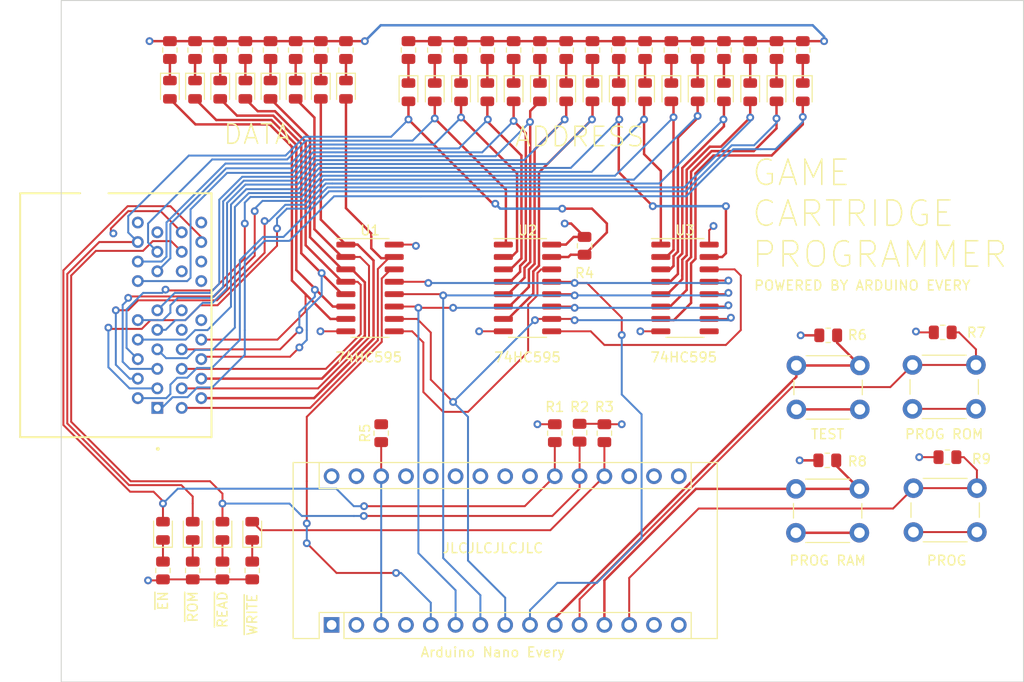
<source format=kicad_pcb>
(kicad_pcb (version 20211014) (generator pcbnew)
  (layers (0 "F.Cu" signal) (1 "In1.Cu" signal) (2 "In2.Cu" signal) (31 "B.Cu" signal) (34 "B.Paste" user) (35 "F.Paste" user) (36 "B.SilkS" user "B.Silkscreen") (37 "F.SilkS" user "F.Silkscreen") (38 "B.Mask" user) (39 "F.Mask" user) (44 "Edge.Cuts" user))
  (net 0 "")
  (net 8 "/A14")
  (net 9 "/A12")
  (net 10 "/A7")
  (net 11 "/A6")
  (net 12 "/A5")
  (net 13 "/A4")
  (net 14 "/A3")
  (net 15 "/A2")
  (net 16 "/A1")
  (net 17 "/A0")
  (net 18 "/D0")
  (net 19 "/D1")
  (net 20 "/D2")
  (net 21 "GND")
  (net 22 "/D3")
  (net 23 "/D4")
  (net 24 "/D5")
  (net 25 "/D6")
  (net 26 "/D7")
  (net 27 "/A10")
  (net 28 "/~{READ}")
  (net 29 "/A11")
  (net 30 "/A9")
  (net 31 "/A8")
  (net 32 "/A13")
  (net 33 "VCC")
  (net 34 "/~{WE}")
  (net 35 "/~{EN}")
  (net 36 "/A15")
  (net 37 "/~{WRITE}")
  (net 51 "Net-(A1-Pad28)")
  (net 52 "/DATA")
  (net 53 "/CLOCK")
  (net 54 "/LATCH")
  (net 55 "/~{RESET}")
  (net 56 "/~{SR_OE}")
  (net 57 "Net-(U2-Pad14)")
  (net 58 "Net-(U2-Pad9)")
  (net 60 "/TEST")
  (net 61 "/PROM")
  (net 62 "/PRAM")
  (net 63 "/PROG")
  (net 64 "Net-(D1-Pad1)")
  (net 65 "Net-(D2-Pad1)")
  (net 66 "Net-(D3-Pad1)")
  (net 67 "Net-(D4-Pad1)")
  (net 68 "Net-(D5-Pad1)")
  (net 69 "Net-(D6-Pad1)")
  (net 70 "Net-(D7-Pad1)")
  (net 71 "Net-(D8-Pad1)")
  (net 72 "Net-(D9-Pad1)")
  (net 73 "Net-(D10-Pad1)")
  (net 74 "Net-(D11-Pad1)")
  (net 75 "Net-(D12-Pad1)")
  (net 76 "Net-(D13-Pad1)")
  (net 77 "Net-(D14-Pad1)")
  (net 78 "Net-(D15-Pad1)")
  (net 79 "Net-(D16-Pad1)")
  (net 80 "Net-(D17-Pad1)")
  (net 81 "Net-(D18-Pad1)")
  (net 82 "Net-(D19-Pad1)")
  (net 83 "Net-(D20-Pad1)")
  (net 84 "Net-(D21-Pad1)")
  (net 85 "Net-(D22-Pad1)")
  (net 86 "Net-(D23-Pad1)")
  (net 87 "Net-(D24-Pad1)")
  (net 88 "Net-(D25-Pad1)")
  (net 89 "Net-(D26-Pad1)")
  (net 90 "Net-(D27-Pad1)")
  (net 91 "Net-(D28-Pad1)")
  (footprint "Resistor_SMD:R_0805_2012Metric" (layer "F.Cu") (at 158.242 96.52 90)
    (fp_text reference "R4")
    (fp_text value "R_Small_US")
  )
  (footprint "LED_SMD:LED_0805_2012Metric" (layer "F.Cu") (at 123.502055 80.518 -90)
    (fp_text reference "D20" hide)
    (fp_text value "LED")
  )
  (footprint "Resistor_SMD:R_0805_2012Metric" (layer "F.Cu") (at 153.67 76.454 -90)
    (fp_text reference "R15" hide)
    (fp_text value "R_Small_US")
  )
  (footprint "Package_SO:SOIC-16_3.9x9.9mm_P1.27mm" (layer "F.Cu") (at 136.271 100.838)
    (fp_text reference "U1")
    (fp_text value "74HC595")
  )
  (footprint "Button_Switch_THT:SW_PUSH_6mm" (layer "F.Cu") (at 179.936 108.784)
    (fp_text reference "SW1" hide)
    (fp_text value "SW_Push")
  )
  (footprint "LED_SMD:LED_0805_2012Metric" (layer "F.Cu") (at 150.9776 80.772 -90)
    (fp_text reference "D5" hide)
    (fp_text value "LED")
  )
  (footprint "LED_SMD:LED_0805_2012Metric" (layer "F.Cu") (at 167.132 80.772 -90)
    (fp_text reference "D11" hide)
    (fp_text value "LED")
  )
  (footprint "LED_SMD:LED_0805_2012Metric" (layer "F.Cu") (at 164.4396 80.772 -90)
    (fp_text reference "D10" hide)
    (fp_text value "LED")
  )
  (footprint "Resistor_SMD:R_0805_2012Metric" (layer "F.Cu") (at 118.11 129.794 90)
    (fp_text reference "R37" hide)
    (fp_text value "R_Small_US")
  )
  (footprint "LED_SMD:LED_0805_2012Metric" (layer "F.Cu") (at 120.92577 80.518 -90)
    (fp_text reference "D19" hide)
    (fp_text value "LED")
  )
  (footprint "Resistor_SMD:R_0805_2012Metric" (layer "F.Cu") (at 131.23091 76.454 -90)
    (fp_text reference "R32" hide)
    (fp_text value "R_Small_US")
  )
  (footprint "LED_SMD:LED_0805_2012Metric" (layer "F.Cu") (at 159.0548 80.772 -90)
    (fp_text reference "D8" hide)
    (fp_text value "LED")
  )
  (footprint "Resistor_SMD:R_0805_2012Metric" (layer "F.Cu") (at 128.654625 76.454 -90)
    (fp_text reference "R31" hide)
    (fp_text value "R_Small_US")
  )
  (footprint "Resistor_SMD:R_0805_2012Metric" (layer "F.Cu") (at 118.349485 76.454 -90)
    (fp_text reference "R27" hide)
    (fp_text value "R_Small_US")
  )
  (footprint "LED_SMD:LED_0805_2012Metric" (layer "F.Cu") (at 156.3624 80.772 -90)
    (fp_text reference "D7" hide)
    (fp_text value "LED")
  )
  (footprint "Resistor_SMD:R_0805_2012Metric" (layer "F.Cu") (at 177.9016 76.454 -90)
    (fp_text reference "R24" hide)
    (fp_text value "R_Small_US")
  )
  (footprint "Resistor_SMD:R_0805_2012Metric" (layer "F.Cu") (at 150.9776 76.454 -90)
    (fp_text reference "R14" hide)
    (fp_text value "R_Small_US")
  )
  (footprint "LED_SMD:LED_0805_2012Metric" (layer "F.Cu") (at 177.9016 80.772 -90)
    (fp_text reference "D15" hide)
    (fp_text value "LED")
  )
  (footprint "Resistor_SMD:R_0805_2012Metric" (layer "F.Cu") (at 124.206 129.794 90)
    (fp_text reference "R34" hide)
    (fp_text value "R_Small_US")
  )
  (footprint "LED_SMD:LED_0805_2012Metric" (layer "F.Cu") (at 180.594 80.772 -90)
    (fp_text reference "D16" hide)
    (fp_text value "LED")
  )
  (footprint "LED_SMD:LED_0805_2012Metric" (layer "F.Cu") (at 131.23091 80.518 -90)
    (fp_text reference "D23" hide)
    (fp_text value "LED")
  )
  (footprint "Resistor_SMD:R_0805_2012Metric" (layer "F.Cu") (at 195.408 118.182)
    (fp_text reference "R9")
    (fp_text value "R_Small_US")
  )
  (footprint "Module:Arduino_Nano" (layer "F.Cu") (at 132.334 135.372 90)
    (fp_text reference "A1" hide)
    (fp_text value "Arduino_Nano_Every")
  )
  (footprint "Resistor_SMD:R_0805_2012Metric" (layer "F.Cu") (at 175.2092 76.454 -90)
    (fp_text reference "R23" hide)
    (fp_text value "R_Small_US")
  )
  (footprint "LED_SMD:LED_0805_2012Metric" (layer "F.Cu") (at 175.2092 80.772 -90)
    (fp_text reference "D14" hide)
    (fp_text value "LED")
  )
  (footprint "Resistor_SMD:R_0805_2012Metric" (layer "F.Cu") (at 133.8072 76.454 -90)
    (fp_text reference "R33" hide)
    (fp_text value "R_Small_US")
  )
  (footprint "Button_Switch_THT:SW_PUSH_6mm" (layer "F.Cu") (at 179.89 121.43)
    (fp_text reference "SW3" hide)
    (fp_text value "SW_Push")
  )
  (footprint "LED_SMD:LED_0805_2012Metric" (layer "F.Cu") (at 115.7732 80.518 -90)
    (fp_text reference "D17" hide)
    (fp_text value "LED")
  )
  (footprint "Resistor_SMD:R_0805_2012Metric" (layer "F.Cu") (at 157.734 115.6735 90)
    (fp_text reference "R2")
    (fp_text value "R_Small_US")
  )
  (footprint "LED_SMD:LED_0805_2012Metric" (layer "F.Cu") (at 133.8072 80.518 -90)
    (fp_text reference "D24" hide)
    (fp_text value "LED")
  )
  (footprint "Resistor_SMD:R_0805_2012Metric" (layer "F.Cu") (at 183.1965 105.694)
    (fp_text reference "R6")
    (fp_text value "R_Small_US")
  )
  (footprint "LED_SMD:LED_0805_2012Metric" (layer "F.Cu") (at 118.11 125.73 90)
    (fp_text reference "D28" hide)
    (fp_text value "LED")
  )
  (footprint "Stephenv6:SAMTEC_PCIE-036-02-X-D-RA" (layer "F.Cu") (at 110.236 103.632 -90)
    (fp_text reference "J1" hide)
    (fp_text value "PCIE-036-02-X-D-RA")
  )
  (footprint "Resistor_SMD:R_0805_2012Metric" (layer "F.Cu") (at 137.414 115.7205 90)
    (fp_text reference "R5")
    (fp_text value "R_Small_US")
  )
  (footprint "LED_SMD:LED_0805_2012Metric" (layer "F.Cu") (at 153.67 80.772 -90)
    (fp_text reference "D6" hide)
    (fp_text value "LED")
  )
  (footprint "Resistor_SMD:R_0805_2012Metric" (layer "F.Cu") (at 160.274 115.7205 90)
    (fp_text reference "R3")
    (fp_text value "R_Small_US")
  )
  (footprint "LED_SMD:LED_0805_2012Metric" (layer "F.Cu") (at 140.208 80.772 -90)
    (fp_text reference "D1" hide)
    (fp_text value "LED")
  )
  (footprint "Resistor_SMD:R_0805_2012Metric" (layer "F.Cu") (at 156.3624 76.454 -90)
    (fp_text reference "R16" hide)
    (fp_text value "R_Small_US")
  )
  (footprint "Package_SO:SOIC-16_3.9x9.9mm_P1.27mm" (layer "F.Cu") (at 152.4 100.838)
    (fp_text reference "U2")
    (fp_text value "74HC595")
  )
  (footprint "Resistor_SMD:R_0805_2012Metric" (layer "F.Cu") (at 123.502055 76.454 -90)
    (fp_text reference "R29" hide)
    (fp_text value "R_Small_US")
  )
  (footprint "LED_SMD:LED_0805_2012Metric" (layer "F.Cu") (at 161.7472 80.772 -90)
    (fp_text reference "D9" hide)
    (fp_text value "LED")
  )
  (footprint "LED_SMD:LED_0805_2012Metric" (layer "F.Cu") (at 124.206 125.73 90)
    (fp_text reference "D25" hide)
    (fp_text value "LED")
  )
  (footprint "LED_SMD:LED_0805_2012Metric" (layer "F.Cu") (at 118.349485 80.518 -90)
    (fp_text reference "D18" hide)
    (fp_text value "LED")
  )
  (footprint "LED_SMD:LED_0805_2012Metric" (layer "F.Cu") (at 126.07834 80.518 -90)
    (fp_text reference "D21" hide)
    (fp_text value "LED")
  )
  (footprint "LED_SMD:LED_0805_2012Metric" (layer "F.Cu") (at 115.062 125.73 90)
    (fp_text reference "D27" hide)
    (fp_text value "LED")
  )
  (footprint "Resistor_SMD:R_0805_2012Metric" (layer "F.Cu") (at 140.208 76.454 -90)
    (fp_text reference "R10" hide)
    (fp_text value "R_Small_US")
  )
  (footprint "Resistor_SMD:R_0805_2012Metric" (layer "F.Cu") (at 121.158 129.794 90)
    (fp_text reference "R35" hide)
    (fp_text value "R_Small_US")
  )
  (footprint "Resistor_SMD:R_0805_2012Metric" (layer "F.Cu") (at 194.9275 105.392)
    (fp_text reference "R7")
    (fp_text value "R_Small_US")
  )
  (footprint "Button_Switch_THT:SW_PUSH_6mm" (layer "F.Cu") (at 191.926 121.358)
    (fp_text reference "SW4" hide)
    (fp_text value "SW_Push")
  )
  (footprint "Resistor_SMD:R_0805_2012Metric" (layer "F.Cu") (at 172.5168 76.454 -90)
    (fp_text reference "R22" hide)
    (fp_text value "R_Small_US")
  )
  (footprint "Resistor_SMD:R_0805_2012Metric" (layer "F.Cu") (at 169.8244 76.454 -90)
    (fp_text reference "R21" hide)
    (fp_text value "R_Small_US")
  )
  (footprint "Button_Switch_THT:SW_PUSH_6mm" (layer "F.Cu") (at 191.828 108.73)
    (fp_text reference "SW2" hide)
    (fp_text value "SW_Push")
  )
  (footprint "LED_SMD:LED_0805_2012Metric" (layer "F.Cu") (at 145.5928 80.772 -90)
    (fp_text reference "D3" hide)
    (fp_text value "LED")
  )
  (footprint "LED_SMD:LED_0805_2012Metric" (layer "F.Cu") (at 169.8244 80.772 -90)
    (fp_text reference "D12" hide)
    (fp_text value "LED")
  )
  (footprint "Package_SO:SOIC-16_3.9x9.9mm_P1.27mm" (layer "F.Cu") (at 168.529 100.838)
    (fp_text reference "U3")
    (fp_text value "74HC595")
  )
  (footprint "LED_SMD:LED_0805_2012Metric" (layer "F.Cu") (at 148.2852 80.772 -90)
    (fp_text reference "D4" hide)
    (fp_text value "LED")
  )
  (footprint "Resistor_SMD:R_0805_2012Metric" (layer "F.Cu") (at 167.132 76.454 -90)
    (fp_text reference "R20" hide)
    (fp_text value "R_Small_US")
  )
  (footprint "LED_SMD:LED_0805_2012Metric" (layer "F.Cu") (at 172.5168 80.772 -90)
    (fp_text reference "D13" hide)
    (fp_text value "LED")
  )
  (footprint "LED_SMD:LED_0805_2012Metric" (layer "F.Cu") (at 121.158 125.73 90)
    (fp_text reference "D26" hide)
    (fp_text value "LED")
  )
  (footprint "Resistor_SMD:R_0805_2012Metric" (layer "F.Cu") (at 155.194 115.7205 90)
    (fp_text reference "R1")
    (fp_text value "R_Small_US")
  )
  (footprint "Resistor_SMD:R_0805_2012Metric" (layer "F.Cu") (at 115.062 129.794 90)
    (fp_text reference "R36" hide)
    (fp_text value "R_Small_US")
  )
  (footprint "Resistor_SMD:R_0805_2012Metric" (layer "F.Cu") (at 183.1035 118.508)
    (fp_text reference "R8")
    (fp_text value "R_Small_US")
  )
  (footprint "Resistor_SMD:R_0805_2012Metric" (layer "F.Cu") (at 164.4396 76.454 -90)
    (fp_text reference "R19" hide)
    (fp_text value "R_Small_US")
  )
  (footprint "Resistor_SMD:R_0805_2012Metric" (layer "F.Cu") (at 159.0548 76.454 -90)
    (fp_text reference "R17" hide)
    (fp_text value "R_Small_US")
  )
  (footprint "Resistor_SMD:R_0805_2012Metric" (layer "F.Cu") (at 115.7732 76.454 -90)
    (fp_text reference "R26" hide)
    (fp_text value "R_Small_US")
  )
  (footprint "Resistor_SMD:R_0805_2012Metric" (layer "F.Cu") (at 145.542 76.454 -90)
    (fp_text reference "R12" hide)
    (fp_text value "R_Small_US")
  )
  (footprint "Resistor_SMD:R_0805_2012Metric" (layer "F.Cu") (at 126.07834 76.454 -90)
    (fp_text reference "R30" hide)
    (fp_text value "R_Small_US")
  )
  (footprint "Resistor_SMD:R_0805_2012Metric" (layer "F.Cu") (at 161.7472 76.454 -90)
    (fp_text reference "R18" hide)
    (fp_text value "R_Small_US")
  )
  (footprint "Resistor_SMD:R_0805_2012Metric" (layer "F.Cu") (at 120.92577 76.454 -90)
    (fp_text reference "R28" hide)
    (fp_text value "R_Small_US")
  )
  (footprint "Resistor_SMD:R_0805_2012Metric" (layer "F.Cu") (at 142.9004 76.454 -90)
    (fp_text reference "R11" hide)
    (fp_text value "R_Small_US")
  )
  (footprint "Resistor_SMD:R_0805_2012Metric" (layer "F.Cu") (at 180.594 76.454 -90)
    (fp_text reference "R25" hide)
    (fp_text value "R_Small_US")
  )
  (footprint "Resistor_SMD:R_0805_2012Metric" (layer "F.Cu") (at 148.2852 76.454 -90)
    (fp_text reference "R13" hide)
    (fp_text value "R_Small_US")
  )
  (footprint "LED_SMD:LED_0805_2012Metric" (layer "F.Cu") (at 128.654625 80.518 -90)
    (fp_text reference "D22" hide)
    (fp_text value "LED")
  )
  (footprint "LED_SMD:LED_0805_2012Metric" (layer "F.Cu") (at 142.9004 80.772 -90)
    (fp_text reference "D2" hide)
    (fp_text value "LED")
  )
  (gr_rect (start 104.648 71.374) (end 203.2 141.224) (layer "Edge.Cuts") (width 0.1) (fill none))
  (gr_text "TEST" (at 183.134 115.824) (layer "F.SilkS") (effects (font (size 1 1))))
  (gr_text "~{ROM}" (at 118.11 131.826 90) (layer "F.SilkS") (effects (font (size 1 1)) (justify right)))
  (gr_text "PROG ROM" (at 195.072 115.824) (layer "F.SilkS") (effects (font (size 1 1))))
  (gr_text "JLCJLCJLCJLC" (at 148.844 127.508) (layer "F.SilkS") (effects (font (size 1 1))))
  (gr_text "~{READ}" (at 121.158 131.826 90) (layer "F.SilkS") (effects (font (size 1 1)) (justify right)))
  (gr_text "PROG" (at 195.326 128.778) (layer "F.SilkS") (effects (font (size 1 1))))
  (gr_text "GAME\nCARTRIDGE\nPROGRAMMER" (at 175.26 93.218) (layer "F.SilkS") (effects (font (size 2.6 2.6)) (justify left)))
  (gr_text "PROG RAM" (at 183.134 128.778) (layer "F.SilkS") (effects (font (size 1 1))))
  (gr_text "ADDRESS" (at 157.734 85.344) (layer "F.SilkS") (effects (font (size 2 2))))
  (gr_text "DATA" (at 124.714 85.09) (layer "F.SilkS") (effects (font (size 2 2))))
  (gr_text "74HC595" (at 168.402 107.95) (layer "F.SilkS") (effects (font (size 1 1))))
  (gr_text "74HC595" (at 136.144 107.95) (layer "F.SilkS") (effects (font (size 1 1))))
  (gr_text "~{WRITE}" (at 124.206 132.08 90) (layer "F.SilkS") (effects (font (size 1 1)) (justify right)))
  (gr_text "POWERED BY ARDUINO EVERY" (at 186.69 100.584) (layer "F.SilkS") (effects (font (size 1 1))))
  (gr_text "~{EN}" (at 115.062 131.826 90) (layer "F.SilkS") (effects (font (size 1 1)) (justify right)))
  (gr_text "74HC595" (at 152.4 107.95) (layer "F.SilkS") (effects (font (size 1 1))))
  (segment (start 150.186347 90.750347) (end 150.186347 96.131653) (width 0.25) (layer "F.Cu") (net 8))
  (segment (start 142.9004 81.7095) (end 142.9004 83.4644) (width 0.25) (layer "F.Cu") (net 8))
  (segment (start 150.186347 96.131653) (end 149.925 96.393) (width 0.25) (layer "F.Cu") (net 8))
  (segment (start 142.9004 83.4644) (end 150.186347 90.750347) (width 0.25) (layer "F.Cu") (net 8))
  (via (at 142.9004 83.4644) (size 0.8) (drill 0.4) (layers "F.Cu" "B.Cu") (net 8))
  (segment (start 129.710642 85.738352) (end 140.626448 85.738352) (width 0.2) (layer "B.Cu") (net 8))
  (segment (start 120.102735 87.669265) (end 127.779729 87.669265) (width 0.2) (layer "B.Cu") (net 8))
  (segment (start 140.626448 85.738352) (end 142.9004 83.4644) (width 0.2) (layer "B.Cu") (net 8))
  (segment (start 113.538 96.184) (end 113.538 94.234) (width 0.2) (layer "B.Cu") (net 8))
  (segment (start 113.538 94.234) (end 120.102735 87.669265) (width 0.2) (layer "B.Cu") (net 8))
  (segment (start 114.486 97.132) (end 113.538 96.184) (width 0.2) (layer "B.Cu") (net 8))
  (segment (start 127.779729 87.669265) (end 129.710642 85.738352) (width 0.2) (layer "B.Cu") (net 8))
  (segment (start 148.2852 81.7095) (end 148.2852 83.7692) (width 0.25) (layer "F.Cu") (net 9))
  (segment (start 151.777436 87.261436) (end 151.777436 97.809399) (width 0.25) (layer "F.Cu") (net 9))
  (segment (start 148.2852 83.7692) (end 151.777436 87.261436) (width 0.25) (layer "F.Cu") (net 9))
  (segment (start 150.653835 98.933) (end 149.925 98.933) (width 0.25) (layer "F.Cu") (net 9))
  (segment (start 151.777436 97.809399) (end 150.653835 98.933) (width 0.25) (layer "F.Cu") (net 9))
  (via (at 148.336 83.566) (size 0.8) (drill 0.4) (layers "F.Cu" "B.Cu") (net 9))
  (segment (start 115.824 97.794) (end 115.824 94.290994) (width 0.2) (layer "B.Cu") (net 9))
  (segment (start 132.576449 86.53738) (end 145.36463 86.53737) (width 0.2) (layer "B.Cu") (net 9))
  (segment (start 115.824 94.290994) (end 121.540461 88.574533) (width 0.2) (layer "B.Cu") (net 9))
  (segment (start 114.486 99.132) (end 115.824 97.794) (width 0.2) (layer "B.Cu") (net 9))
  (segment (start 121.540461 88.574533) (end 128.222546 88.574533) (width 0.2) (layer "B.Cu") (net 9))
  (segment (start 128.222546 88.574533) (end 130.259698 86.53738) (width 0.2) (layer "B.Cu") (net 9))
  (segment (start 130.259698 86.53738) (end 132.576449 86.53738) (width 0.2) (layer "B.Cu") (net 9))
  (segment (start 145.36463 86.53737) (end 148.336 83.566) (width 0.2) (layer "B.Cu") (net 9))
  (segment (start 172.339 97.663) (end 172.72 97.282) (width 0.25) (layer "F.Cu") (net 10))
  (segment (start 161.7472 81.7095) (end 161.7472 88.973324) (width 0.25) (layer "F.Cu") (net 10))
  (segment (start 172.72 97.282) (end 172.72 92.456) (width 0.25) (layer "F.Cu") (net 10))
  (segment (start 171.004 97.663) (end 172.339 97.663) (width 0.25) (layer "F.Cu") (net 10))
  (segment (start 161.7472 88.973324) (end 165.229876 92.456) (width 0.25) (layer "F.Cu") (net 10))
  (via (at 161.798 83.566) (size 0.8) (drill 0.4) (layers "F.Cu" "B.Cu") (net 10))
  (via (at 165.229876 92.456) (size 0.8) (drill 0.4) (layers "F.Cu" "B.Cu") (net 10))
  (via (at 172.72 92.456) (size 0.8) (drill 0.4) (layers "F.Cu" "B.Cu") (net 10))
  (segment (start 156.829066 88.534934) (end 161.798 83.566) (width 0.2) (layer "B.Cu") (net 10))
  (segment (start 165.229876 92.456) (end 172.72 92.456) (width 0.25) (layer "B.Cu") (net 10))
  (segment (start 122.028489 102.761511) (end 122.028489 92.290522) (width 0.2) (layer "B.Cu") (net 10))
  (segment (start 117.388 106.132) (end 118.364 105.156) (width 0.2) (layer "B.Cu") (net 10))
  (segment (start 131.087109 88.534934) (end 156.829066 88.534934) (width 0.2) (layer "B.Cu") (net 10))
  (segment (start 112.486 106.132) (end 117.388 106.132) (width 0.2) (layer "B.Cu") (net 10))
  (segment (start 122.028489 92.290522) (end 123.606566 90.712445) (width 0.2) (layer "B.Cu") (net 10))
  (segment (start 119.634 105.156) (end 122.028489 102.761511) (width 0.2) (layer "B.Cu") (net 10))
  (segment (start 128.909597 90.712445) (end 131.087109 88.534934) (width 0.2) (layer "B.Cu") (net 10))
  (segment (start 118.364 105.156) (end 119.634 105.156) (width 0.2) (layer "B.Cu") (net 10))
  (segment (start 123.606566 90.712445) (end 128.909597 90.712445) (width 0.2) (layer "B.Cu") (net 10))
  (segment (start 166.054 96.393) (end 166.054 88.838) (width 0.25) (layer "F.Cu") (net 11))
  (segment (start 166.054 88.838) (end 164.338 87.122) (width 0.25) (layer "F.Cu") (net 11))
  (segment (start 164.338 81.8111) (end 164.4396 81.7095) (width 0.25) (layer "F.Cu") (net 11))
  (segment (start 164.338 87.122) (end 164.338 81.8111) (width 0.25) (layer "F.Cu") (net 11))
  (via (at 164.338 83.566) (size 0.8) (drill 0.4) (layers "F.Cu" "B.Cu") (net 11))
  (segment (start 129.075078 91.111956) (end 131.252582 88.934452) (width 0.2) (layer "B.Cu") (net 11))
  (segment (start 115.389511 108.035511) (end 117.516489 108.035511) (width 0.2) (layer "B.Cu") (net 11))
  (segment (start 123.855063 91.111957) (end 129.075078 91.111956) (width 0.2) (layer "B.Cu") (net 11))
  (segment (start 122.428 92.53902) (end 123.855063 91.111957) (width 0.2) (layer "B.Cu") (net 11))
  (segment (start 151.957426 88.934452) (end 151.957429 88.934455) (width 0.2) (layer "B.Cu") (net 11))
  (segment (start 131.252582 88.934452) (end 151.957426 88.934452) (width 0.2) (layer "B.Cu") (net 11))
  (segment (start 118.364 107.188) (end 120.142 107.188) (width 0.2) (layer "B.Cu") (net 11))
  (segment (start 114.486 107.132) (end 115.389511 108.035511) (width 0.2) (layer "B.Cu") (net 11))
  (segment (start 117.516489 108.035511) (end 118.364 107.188) (width 0.2) (layer "B.Cu") (net 11))
  (segment (start 120.142 107.188) (end 122.428 104.902) (width 0.2) (layer "B.Cu") (net 11))
  (segment (start 158.969545 88.934455) (end 164.338 83.566) (width 0.2) (layer "B.Cu") (net 11))
  (segment (start 122.428 104.902) (end 122.428 92.53902) (width 0.2) (layer "B.Cu") (net 11))
  (segment (start 151.957429 88.934455) (end 158.969545 88.934455) (width 0.2) (layer "B.Cu") (net 11))
  (segment (start 166.62048 97.663) (end 166.054 97.663) (width 0.25) (layer "F.Cu") (net 12))
  (segment (start 167.35352 96.92996) (end 166.62048 97.663) (width 0.25) (layer "F.Cu") (net 12))
  (segment (start 167.132 81.7095) (end 167.35352 81.93102) (width 0.25) (layer "F.Cu") (net 12))
  (segment (start 115.409911 101.092) (end 115.3269 101.008989) (width 0.2) (layer "F.Cu") (net 12))
  (segment (start 123.444 97.79) (end 120.142 101.092) (width 0.2) (layer "F.Cu") (net 12))
  (segment (start 167.35352 81.93102) (end 167.35352 96.92996) (width 0.25) (layer "F.Cu") (net 12))
  (segment (start 123.444 94.234) (end 123.444 97.79) (width 0.2) (layer "F.Cu") (net 12))
  (segment (start 120.142 101.092) (end 115.409911 101.092) (width 0.2) (layer "F.Cu") (net 12))
  (via (at 115.3269 101.008989) (size 0.8) (drill 0.4) (layers "F.Cu" "B.Cu") (net 12))
  (via (at 167.35352 83.34448) (size 0.8) (drill 0.4) (layers "F.Cu" "B.Cu") (net 12))
  (via (at 123.444 94.234) (size 0.8) (drill 0.4) (layers "F.Cu" "B.Cu") (net 12))
  (segment (start 113.03 101.346) (end 114.989889 101.346) (width 0.2) (layer "B.Cu") (net 12))
  (segment (start 151.130009 89.333956) (end 151.130016 89.333963) (width 0.2) (layer "B.Cu") (net 12))
  (segment (start 151.130016 89.333963) (end 161.364037 89.333963) (width 0.2) (layer "B.Cu") (net 12))
  (segment (start 123.444 94.234) (end 123.444 92.088013) (width 0.2) (layer "B.Cu") (net 12))
  (segment (start 114.989889 101.346) (end 115.3269 101.008989) (width 0.2) (layer "B.Cu") (net 12))
  (segment (start 112.486 108.132) (end 111.335012 106.981012) (width 0.2) (layer "B.Cu") (net 12))
  (segment (start 129.24056 91.511468) (end 131.418072 89.333956) (width 0.2) (layer "B.Cu") (net 12))
  (segment (start 131.418072 89.333956) (end 151.130009 89.333956) (width 0.2) (layer "B.Cu") (net 12))
  (segment (start 123.444 92.088013) (end 124.020545 91.511468) (width 0.2) (layer "B.Cu") (net 12))
  (segment (start 111.335012 103.040988) (end 113.03 101.346) (width 0.2) (layer "B.Cu") (net 12))
  (segment (start 111.335012 106.981012) (end 111.335012 103.040988) (width 0.2) (layer "B.Cu") (net 12))
  (segment (start 161.364037 89.333963) (end 167.35352 83.34448) (width 0.2) (layer "B.Cu") (net 12))
  (segment (start 124.020545 91.511468) (end 129.24056 91.511468) (width 0.2) (layer "B.Cu") (net 12))
  (segment (start 167.005 98.933) (end 166.054 98.933) (width 0.25) (layer "F.Cu") (net 13))
  (segment (start 169.8244 81.7095) (end 169.8244 83.4136) (width 0.25) (layer "F.Cu") (net 13))
  (segment (start 167.353521 98.584479) (end 167.005 98.933) (width 0.25) (layer "F.Cu") (net 13))
  (segment (start 169.8244 83.4136) (end 167.80303 85.43497) (width 0.25) (layer "F.Cu") (net 13))
  (segment (start 111.651511 101.708489) (end 120.287511 101.708489) (width 0.2) (layer "F.Cu") (net 13))
  (segment (start 167.353521 97.565663) (end 167.353521 98.584479) (width 0.25) (layer "F.Cu") (net 13))
  (segment (start 120.287511 101.708489) (end 124.46 97.536) (width 0.2) (layer "F.Cu") (net 13))
  (segment (start 167.80303 97.116154) (end 167.353521 97.565663) (width 0.25) (layer "F.Cu") (net 13))
  (segment (start 167.80303 85.43497) (end 167.80303 97.116154) (width 0.25) (layer "F.Cu") (net 13))
  (segment (start 111.506 101.854) (end 111.651511 101.708489) (width 0.2) (layer "F.Cu") (net 13))
  (segment (start 124.46 97.536) (end 124.46 92.964) (width 0.2) (layer "F.Cu") (net 13))
  (via (at 169.8244 83.2104) (size 0.8) (drill 0.4) (layers "F.Cu" "B.Cu") (net 13))
  (via (at 111.506 101.854) (size 0.8) (drill 0.4) (layers "F.Cu" "B.Cu") (net 13))
  (via (at 124.46 92.964) (size 0.8) (drill 0.4) (layers "F.Cu" "B.Cu") (net 13))
  (segment (start 124.46 92.71) (end 125.259022 91.910978) (width 0.2) (layer "B.Cu") (net 13))
  (segment (start 149.086446 89.733466) (end 149.086448 89.733468) (width 0.2) (layer "B.Cu") (net 13))
  (segment (start 110.935501 108.395501) (end 110.935501 102.580256) (width 0.2) (layer "B.Cu") (net 13))
  (segment (start 129.406042 91.910978) (end 131.583554 89.733466) (width 0.2) (layer "B.Cu") (net 13))
  (segment (start 111.506 102.009757) (end 111.506 101.854) (width 0.2) (layer "B.Cu") (net 13))
  (segment (start 151.295489 89.733471) (end 163.301329 89.733471) (width 0.2) (layer "B.Cu") (net 13))
  (segment (start 151.295486 89.733468) (end 151.295489 89.733471) (width 0.2) (layer "B.Cu") (net 13))
  (segment (start 163.301329 89.733471) (end 169.8244 83.2104) (width 0.2) (layer "B.Cu") (net 13))
  (segment (start 131.583554 89.733466) (end 149.086446 89.733466) (width 0.2) (layer "B.Cu") (net 13))
  (segment (start 111.672 109.132) (end 110.935501 108.395501) (width 0.2) (layer "B.Cu") (net 13))
  (segment (start 149.086448 89.733468) (end 151.295486 89.733468) (width 0.2) (layer "B.Cu") (net 13))
  (segment (start 124.46 92.964) (end 124.46 92.71) (width 0.2) (layer "B.Cu") (net 13))
  (segment (start 110.935501 102.580256) (end 111.506 102.009757) (width 0.2) (layer "B.Cu") (net 13))
  (segment (start 125.259022 91.910978) (end 129.406042 91.910978) (width 0.2) (layer "B.Cu") (net 13))
  (segment (start 114.486 109.132) (end 111.672 109.132) (width 0.2) (layer "B.Cu") (net 13))
  (segment (start 167.005 100.203) (end 166.054 100.203) (width 0.25) (layer "F.Cu") (net 14))
  (segment (start 112.522 102.108) (end 120.593006 102.108) (width 0.2) (layer "F.Cu") (net 14))
  (segment (start 125.476 97.225006) (end 125.476 93.98) (width 0.2) (layer "F.Cu") (net 14))
  (segment (start 120.593006 102.108) (end 125.476 97.225006) (width 0.2) (layer "F.Cu") (net 14))
  (segment (start 167.803033 97.751855) (end 167.803032 99.404968) (width 0.25) (layer "F.Cu") (net 14))
  (segment (start 168.252541 88.541459) (end 168.252541 97.302347) (width 0.25) (layer "F.Cu") (net 14))
  (segment (start 172.5168 84.2772) (end 168.252541 88.541459) (width 0.25) (layer "F.Cu") (net 14))
  (segment (start 172.5168 81.7095) (end 172.5168 84.2772) (width 0.25) (layer "F.Cu") (net 14))
  (segment (start 167.803032 99.404968) (end 167.005 100.203) (width 0.25) (layer "F.Cu") (net 14))
  (segment (start 110.236 103.124) (end 111.506 103.124) (width 0.2) (layer "F.Cu") (net 14))
  (segment (start 111.506 103.124) (end 112.522 102.108) (width 0.2) (layer "F.Cu") (net 14))
  (segment (start 168.252541 97.302347) (end 167.803033 97.751855) (width 0.25) (layer "F.Cu") (net 14))
  (via (at 110.236 103.124) (size 0.8) (drill 0.4) (layers "F.Cu" "B.Cu") (net 14))
  (via (at 172.466 83.566) (size 0.8) (drill 0.4) (layers "F.Cu" "B.Cu") (net 14))
  (via (at 125.476 93.98) (size 0.8) (drill 0.4) (layers "F.Cu" "B.Cu") (net 14))
  (segment (start 112.486 110.132) (end 111.656 110.132) (width 0.2) (layer "B.Cu") (net 14))
  (segment (start 110.236 105.156) (end 110.236 103.124) (width 0.2) (layer "B.Cu") (net 14))
  (segment (start 129.571524 92.310489) (end 131.749037 90.132978) (width 0.2) (layer "B.Cu") (net 14))
  (segment (start 111.656 110.132) (end 110.236 108.712) (width 0.2) (layer "B.Cu") (net 14))
  (segment (start 110.236 108.712) (end 110.236 105.156) (width 0.2) (layer "B.Cu") (net 14))
  (segment (start 165.899021 90.132979) (end 172.466 83.566) (width 0.2) (layer "B.Cu") (net 14))
  (segment (start 125.476 93.98) (end 125.927006 93.98) (width 0.2) (layer "B.Cu") (net 14))
  (segment (start 127.596518 92.310489) (end 129.571524 92.310489) (width 0.2) (layer "B.Cu") (net 14))
  (segment (start 125.927006 93.98) (end 127.596518 92.310489) (width 0.2) (layer "B.Cu") (net 14))
  (segment (start 131.749037 90.132978) (end 132.410967 90.132979) (width 0.2) (layer "B.Cu") (net 14))
  (segment (start 132.410967 90.132979) (end 165.899021 90.132979) (width 0.2) (layer "B.Cu") (net 14))
  (segment (start 120.65 102.616) (end 121.666 101.6) (width 0.2) (layer "F.Cu") (net 15))
  (segment (start 121.666 101.6) (end 126.746 96.52) (width 0.2) (layer "F.Cu") (net 15))
  (segment (start 168.252543 99.591161) (end 168.252544 97.938048) (width 0.25) (layer "F.Cu") (net 15))
  (segment (start 112.896489 105.035511) (end 113.792 104.14) (width 0.2) (layer "F.Cu") (net 15))
  (segment (start 171.069704 86.36) (end 172.212 86.36) (width 0.25) (layer "F.Cu") (net 15))
  (segment (start 120.396 102.616) (end 120.65 102.616) (width 0.2) (layer "F.Cu") (net 15))
  (segment (start 168.702054 88.72765) (end 171.069704 86.36) (width 0.25) (layer "F.Cu") (net 15))
  (segment (start 168.252544 97.938048) (end 168.702052 97.48854) (width 0.25) (layer "F.Cu") (net 15))
  (segment (start 126.746 94.996) (end 126.746 94.742) (width 0.2) (layer "F.Cu") (net 15))
  (segment (start 109.607511 105.035511) (end 112.896489 105.035511) (width 0.2) (layer "F.Cu") (net 15))
  (segment (start 113.792 104.14) (end 114.808 104.14) (width 0.2) (layer "F.Cu") (net 15))
  (segment (start 118.872 102.616) (end 120.396 102.616) (width 0.2) (layer "F.Cu") (net 15))
  (segment (start 118.11 103.378) (end 118.872 102.616) (width 0.2) (layer "F.Cu") (net 15))
  (segment (start 168.702052 97.48854) (end 168.702054 88.72765) (width 0.25) (layer "F.Cu") (net 15))
  (segment (start 126.746 96.52) (end 126.746 94.996) (width 0.2) (layer "F.Cu") (net 15))
  (segment (start 114.808 104.14) (end 117.348 104.14) (width 0.2) (layer "F.Cu") (net 15))
  (segment (start 117.348 104.14) (end 118.11 103.378) (width 0.2) (layer "F.Cu") (net 15))
  (segment (start 172.212 86.36) (end 175.2092 83.3628) (width 0.25) (layer "F.Cu") (net 15))
  (segment (start 175.2092 83.3628) (end 175.2092 81.7095) (width 0.25) (layer "F.Cu") (net 15))
  (segment (start 168.252542 99.937994) (end 168.252543 99.591161) (width 0.25) (layer "F.Cu") (net 15))
  (segment (start 109.474 104.902) (end 109.607511 105.035511) (width 0.2) (layer "F.Cu") (net 15))
  (segment (start 166.717536 101.473) (end 168.252542 99.937994) (width 0.25) (layer "F.Cu") (net 15))
  (segment (start 166.054 101.473) (end 166.717536 101.473) (width 0.25) (layer "F.Cu") (net 15))
  (via (at 175.2092 83.3628) (size 0.8) (drill 0.4) (layers "F.Cu" "B.Cu") (net 15))
  (via (at 126.746 94.742) (size 0.8) (drill 0.4) (layers "F.Cu" "B.Cu") (net 15))
  (via (at 109.474 104.902) (size 0.8) (drill 0.4) (layers "F.Cu" "B.Cu") (net 15))
  (segment (start 126.746 93.726) (end 127.762 92.71) (width 0.2) (layer "B.Cu") (net 15))
  (segment (start 114.486 111.132) (end 111.64 111.132) (width 0.2) (layer "B.Cu") (net 15))
  (segment (start 175.2092 83.756812) (end 175.2092 83.3628) (width 0.2) (layer "B.Cu") (net 15))
  (segment (start 129.737006 92.71) (end 131.914518 90.532489) (width 0.2) (layer "B.Cu") (net 15))
  (segment (start 126.746 94.742) (end 126.746 93.726) (width 0.2) (layer "B.Cu") (net 15))
  (segment (start 168.433523 90.532489) (end 175.2092 83.756812) (width 0.2) (layer "B.Cu") (net 15))
  (segment (start 127.762 92.71) (end 129.737006 92.71) (width 0.2) (layer "B.Cu") (net 15))
  (segment (start 109.474 108.966) (end 109.474 104.902) (width 0.2) (layer "B.Cu") (net 15))
  (segment (start 131.914518 90.532489) (end 168.433523 90.532489) (width 0.2) (layer "B.Cu") (net 15))
  (segment (start 111.64 111.132) (end 109.474 108.966) (width 0.2) (layer "B.Cu") (net 15))
  (segment (start 175.572489 86.809511) (end 177.9016 84.4804) (width 0.25) (layer "F.Cu") (net 16))
  (segment (start 169.151564 88.913844) (end 171.255897 86.809511) (width 0.25) (layer "F.Cu") (net 16))
  (segment (start 168.702053 101.045947) (end 168.702054 98.124242) (width 0.25) (layer "F.Cu") (net 16))
  (segment (start 169.151563 97.674733) (end 169.151564 88.913844) (width 0.25) (layer "F.Cu") (net 16))
  (segment (start 167.005 102.743) (end 168.702053 101.045947) (width 0.25) (layer "F.Cu") (net 16))
  (segment (start 177.9016 84.4804) (end 177.9016 83.4644) (width 0.25) (layer "F.Cu") (net 16))
  (segment (start 177.9016 83.4644) (end 177.9016 81.7095) (width 0.25) (layer "F.Cu") (net 16))
  (segment (start 166.054 102.743) (end 167.005 102.743) (width 0.25) (layer "F.Cu") (net 16))
  (segment (start 171.255897 86.809511) (end 175.572489 86.809511) (width 0.25) (layer "F.Cu") (net 16))
  (segment (start 168.702054 98.124242) (end 169.151563 97.674733) (width 0.25) (layer "F.Cu") (net 16))
  (via (at 177.9016 83.4644) (size 0.8) (drill 0.4) (layers "F.Cu" "B.Cu") (net 16))
  (segment (start 175.602517 86.214489) (end 177.9016 83.915406) (width 0.2) (layer "B.Cu") (net 16))
  (segment (start 115.395006 112.132) (end 115.824 111.703006) (width 0.2) (layer "B.Cu") (net 16))
  (segment (start 116.532489 110.035511) (end 117.548489 110.035511) (width 0.2) (layer "B.Cu") (net 16))
  (segment (start 115.824 111.703006) (end 115.824 110.744) (width 0.2) (layer "B.Cu") (net 16))
  (segment (start 117.548489 110.035511) (end 118.548489 109.035511) (width 0.2) (layer "B.Cu") (net 16))
  (segment (start 122.936 106.172) (end 122.936 97.987006) (width 0.2) (layer "B.Cu") (net 16))
  (segment (start 168.599006 90.932) (end 173.316517 86.214489) (width 0.2) (layer "B.Cu") (net 16))
  (segment (start 173.316517 86.214489) (end 175.602517 86.214489) (width 0.2) (layer "B.Cu") (net 16))
  (segment (start 122.936 97.987006) (end 125.310517 95.612489) (width 0.2) (layer "B.Cu") (net 16))
  (segment (start 127.399511 95.612489) (end 132.08 90.932) (width 0.2) (layer "B.Cu") (net 16))
  (segment (start 118.548489 109.035511) (end 120.072489 109.035511) (width 0.2) (layer "B.Cu") (net 16))
  (segment (start 132.08 90.932) (end 168.599006 90.932) (width 0.2) (layer "B.Cu") (net 16))
  (segment (start 112.486 112.132) (end 115.395006 112.132) (width 0.2) (layer "B.Cu") (net 16))
  (segment (start 120.072489 109.035511) (end 122.936 106.172) (width 0.2) (layer "B.Cu") (net 16))
  (segment (start 125.310517 95.612489) (end 127.399511 95.612489) (width 0.2) (layer "B.Cu") (net 16))
  (segment (start 177.9016 83.915406) (end 177.9016 83.4644) (width 0.2) (layer "B.Cu") (net 16))
  (segment (start 115.824 110.744) (end 116.532489 110.035511) (width 0.2) (layer "B.Cu") (net 16))
  (segment (start 180.594 81.7095) (end 180.594 84.074) (width 0.25) (layer "F.Cu") (net 17))
  (segment (start 169.151565 98.310435) (end 169.151564 102.374436) (width 0.25) (layer "F.Cu") (net 17))
  (segment (start 169.151564 102.374436) (end 167.386 104.14) (width 0.25) (layer "F.Cu") (net 17))
  (segment (start 180.594 84.074) (end 177.408978 87.259022) (width 0.25) (layer "F.Cu") (net 17))
  (segment (start 166.181 104.14) (end 166.054 104.013) (width 0.25) (layer "F.Cu") (net 17))
  (segment (start 177.408978 87.259022) (end 171.44209 87.259022) (width 0.25) (layer "F.Cu") (net 17))
  (segment (start 169.601074 97.860926) (end 169.151565 98.310435) (width 0.25) (layer "F.Cu") (net 17))
  (segment (start 167.386 104.14) (end 166.181 104.14) (width 0.25) (layer "F.Cu") (net 17))
  (segment (start 169.601075 89.100037) (end 169.601074 97.860926) (width 0.25) (layer "F.Cu") (net 17))
  (segment (start 171.44209 87.259022) (end 169.601075 89.100037) (width 0.25) (layer "F.Cu") (net 17))
  (via (at 180.594 83.312) (size 0.8) (drill 0.4) (layers "F.Cu" "B.Cu") (net 17))
  (segment (start 180.594 83.82) (end 180.594 83.312) (width 0.2) (layer "B.Cu") (net 17))
  (segment (start 180.34 84.074) (end 180.594 83.82) (width 0.2) (layer "B.Cu") (net 17))
  (segment (start 168.656 91.44) (end 171.196 88.9) (width 0.2) (layer "B.Cu") (net 17))
  (segment (start 176.276 86.614) (end 177.8 86.614) (width 0.2) (layer "B.Cu") (net 17))
  (segment (start 114.96 113.132) (end 115.824 112.268) (width 0.2) (layer "B.Cu") (net 17))
  (segment (start 173.482 86.614) (end 176.276 86.614) (width 0.2) (layer "B.Cu") (net 17))
  (segment (start 117.856 111.76) (end 118.580489 111.035511) (width 0.2) (layer "B.Cu") (net 17))
  (segment (start 118.580489 111.035511) (end 120.104489 111.035511) (width 0.2) (layer "B.Cu") (net 17))
  (segment (start 177.8 86.614) (end 180.34 84.074) (width 0.2) (layer "B.Cu") (net 17))
  (segment (start 141.478 91.44) (end 168.656 91.44) (width 0.2) (layer "B.Cu") (net 17))
  (segment (start 132.334 91.694) (end 132.588 91.44) (width 0.2) (layer "B.Cu") (net 17))
  (segment (start 115.824 112.268) (end 116.056489 112.035511) (width 0.2) (layer "B.Cu") (net 17))
  (segment (start 116.056489 112.035511) (end 117.580489 112.035511) (width 0.2) (layer "B.Cu") (net 17))
  (segment (start 120.65 110.49) (end 123.444 107.696) (width 0.2) (layer "B.Cu") (net 17))
  (segment (start 114.486 113.132) (end 114.96 113.132) (width 0.2) (layer "B.Cu") (net 17))
  (segment (start 120.104489 111.035511) (end 120.65 110.49) (width 0.2) (layer "B.Cu") (net 17))
  (segment (start 123.444 105.156) (end 123.444 98.044) (width 0.2) (layer "B.Cu") (net 17))
  (segment (start 128.016 96.012) (end 132.334 91.694) (width 0.2) (layer "B.Cu") (net 17))
  (segment (start 171.196 88.9) (end 173.482 86.614) (width 0.2) (layer "B.Cu") (net 17))
  (segment (start 125.476 96.012) (end 128.016 96.012) (width 0.2) (layer "B.Cu") (net 17))
  (segment (start 132.588 91.44) (end 141.478 91.44) (width 0.2) (layer "B.Cu") (net 17))
  (segment (start 123.444 98.044) (end 124.968 96.52) (width 0.2) (layer "B.Cu") (net 17))
  (segment (start 117.580489 112.035511) (end 117.856 111.76) (width 0.2) (layer "B.Cu") (net 17))
  (segment (start 124.968 96.52) (end 125.476 96.012) (width 0.2) (layer "B.Cu") (net 17))
  (segment (start 123.444 107.696) (end 123.444 105.156) (width 0.2) (layer "B.Cu") (net 17))
  (segment (start 133.8072 92.6592) (end 136.398 95.25) (width 0.25) (layer "F.Cu") (net 18))
  (segment (start 136.398 95.25) (end 136.398 96.774) (width 0.25) (layer "F.Cu") (net 18))
  (segment (start 137.414 97.79) (end 138.619 97.79) (width 0.25) (layer "F.Cu") (net 18))
  (segment (start 136.398 96.774) (end 137.414 97.79) (width 0.25) (layer "F.Cu") (net 18))
  (segment (start 133.8072 81.4555) (end 133.8072 92.6592) (width 0.25) (layer "F.Cu") (net 18))
  (segment (start 130.143006 113.132) (end 137.071969 106.203037) (width 0.2) (layer "F.Cu") (net 18))
  (segment (start 137.071969 106.203037) (end 137.071969 98.894031) (width 0.2) (layer "F.Cu") (net 18))
  (segment (start 138.303 97.663) (end 138.746 97.663) (width 0.2) (layer "F.Cu") (net 18))
  (segment (start 138.619 97.79) (end 138.746 97.663) (width 0.25) (layer "F.Cu") (net 18))
  (segment (start 137.071969 98.894031) (end 138.303 97.663) (width 0.2) (layer "F.Cu") (net 18))
  (segment (start 116.986 113.132) (end 130.143006 113.132) (width 0.2) (layer "F.Cu") (net 18))
  (segment (start 136.629657 98.021657) (end 136.629657 106.045) (width 0.25) (layer "F.Cu") (net 19))
  (segment (start 131.23091 81.4555) (end 131.23091 93.82791) (width 0.25) (layer "F.Cu") (net 19))
  (segment (start 133.796 96.393) (end 135.001 96.393) (width 0.25) (layer "F.Cu") (net 19))
  (segment (start 136.629657 106.045) (end 130.542657 112.132) (width 0.25) (layer "F.Cu") (net 19))
  (segment (start 131.23091 93.82791) (end 133.796 96.393) (width 0.25) (layer "F.Cu") (net 19))
  (segment (start 135.001 96.393) (end 136.629657 98.021657) (width 0.25) (layer "F.Cu") (net 19))
  (segment (start 130.542657 112.132) (end 118.986 112.132) (width 0.25) (layer "F.Cu") (net 19))
  (segment (start 135.255 97.663) (end 133.796 97.663) (width 0.2) (layer "F.Cu") (net 20))
  (segment (start 136.165468 98.573468) (end 135.255 97.663) (width 0.2) (layer "F.Cu") (net 20))
  (segment (start 128.654625 81.4555) (end 130.576044 83.376919) (width 0.25) (layer "F.Cu") (net 20))
  (segment (start 133.419928 97.663) (end 133.796 97.663) (width 0.25) (layer "F.Cu") (net 20))
  (segment (start 130.576044 94.819116) (end 133.419928 97.663) (width 0.25) (layer "F.Cu") (net 20))
  (segment (start 136.165468 105.908839) (end 136.165468 98.573468) (width 0.2) (layer "F.Cu") (net 20))
  (segment (start 116.986 111.132) (end 130.942307 111.132) (width 0.2) (layer "F.Cu") (net 20))
  (segment (start 130.576044 83.376919) (end 130.576044 94.819116) (width 0.25) (layer "F.Cu") (net 20))
  (segment (start 130.942307 111.132) (end 136.165468 105.908839) (width 0.2) (layer "F.Cu") (net 20))
  (segment (start 194.4955 118.182) (end 192.52 118.182) (width 0.2) (layer "F.Cu") (net 21))
  (segment (start 149.925 105.283) (end 147.447 105.283) (width 0.2) (layer "F.Cu") (net 21))
  (segment (start 114.9585 130.81) (end 113.284 130.81) (width 0.2) (layer "F.Cu") (net 21))
  (segment (start 113.284 130.81) (end 113.538 130.81) (width 0.2) (layer "F.Cu") (net 21))
  (segment (start 115.7732 75.5415) (end 113.6885 75.5415) (width 0.25) (layer "F.Cu") (net 21))
  (segment (start 116.986 95.132) (end 114.818 92.964) (width 0.2) (layer "F.Cu") (net 21))
  (segment (start 166.054 105.283) (end 163.957 105.283) (width 0.2) (layer "F.Cu") (net 21))
  (segment (start 109.728 95.25) (end 109.982 95.25) (width 0.2) (layer "F.Cu") (net 21))
  (segment (start 115.7732 75.5415) (end 133.8072 75.5415) (width 0.25) (layer "F.Cu") (net 21))
  (segment (start 180.594 75.5415) (end 182.7765 75.5415) (width 0.25) (layer "F.Cu") (net 21))
  (segment (start 114.818 92.964) (end 114.046 92.964) (width 0.2) (layer "F.Cu") (net 21))
  (segment (start 140.208 75.5415) (end 180.594 75.5415) (width 0.25) (layer "F.Cu") (net 21))
  (segment (start 182.284 105.694) (end 180.378 105.694) (width 0.25) (layer "F.Cu") (net 21))
  (segment (start 182.191 118.508) (end 180.272 118.508) (width 0.25) (layer "F.Cu") (net 21))
  (segment (start 155.194 114.808) (end 153.416 114.808) (width 0.2) (layer "F.Cu") (net 21))
  (segment (start 115.062 130.7065) (end 124.206 130.7065) (width 0.2) (layer "F.Cu") (net 21))
  (segment (start 115.062 130.7065) (end 114.9585 130.81) (width 0.2) (layer "F.Cu") (net 21))
  (segment (start 194.015 105.392) (end 192.276 105.392) (width 0.2) (layer "F.Cu") (net 21))
  (segment (start 109.728 94.742) (end 109.728 95.25) (width 0.2) (layer "F.Cu") (net 21))
  (segment (start 111.506 92.964) (end 109.728 94.742) (width 0.2) (layer "F.Cu") (net 21))
  (segment (start 133.8072 75.5415) (end 135.7395 75.5415) (width 0.25) (layer "F.Cu") (net 21))
  (segment (start 114.046 92.964) (end 111.506 92.964) (width 0.2) (layer "F.Cu") (net 21))
  (segment (start 133.796 105.283) (end 131.191 105.283) (width 0.2) (layer "F.Cu") (net 21))
  (segment (start 192.276 105.392) (end 192.186 105.302) (width 0.2) (layer "F.Cu") (net 21))
  (via (at 153.416 114.808) (size 0.8) (drill 0.4) (layers "F.Cu" "B.Cu") (net 21))
  (via (at 135.7395 75.5415) (size 0.8) (drill 0.4) (layers "F.Cu" "B.Cu") (net 21))
  (via (at 192.186 105.302) (size 0.8) (drill 0.4) (layers "F.Cu" "B.Cu") (net 21))
  (via (at 163.957 105.283) (size 0.8) (drill 0.4) (layers "F.Cu" "B.Cu") (net 21))
  (via (at 180.378 105.694) (size 0.8) (drill 0.4) (layers "F.Cu" "B.Cu") (net 21))
  (via (at 180.272 118.508) (size 0.8) (drill 0.4) (layers "F.Cu" "B.Cu") (net 21))
  (via (at 109.982 95.25) (size 0.8) (drill 0.4) (layers "F.Cu" "B.Cu") (net 21))
  (via (at 147.447 105.283) (size 0.8) (drill 0.4) (layers "F.Cu" "B.Cu") (net 21))
  (via (at 113.6885 75.5415) (size 0.8) (drill 0.4) (layers "F.Cu" "B.Cu") (net 21))
  (via (at 131.191 105.283) (size 0.8) (drill 0.4) (layers "F.Cu" "B.Cu") (net 21))
  (via (at 182.7765 75.5415) (size 0.8) (drill 0.4) (layers "F.Cu" "B.Cu") (net 21))
  (via (at 113.538 130.81) (size 0.8) (drill 0.4) (layers "F.Cu" "B.Cu") (net 21))
  (via (at 192.52 118.182) (size 0.8) (drill 0.4) (layers "F.Cu" "B.Cu") (net 21))
  (segment (start 182.7765 75.0805) (end 181.61 73.914) (width 0.25) (layer "B.Cu") (net 21))
  (segment (start 182.7765 75.5415) (end 182.7765 75.0805) (width 0.25) (layer "B.Cu") (net 21))
  (segment (start 181.61 73.914) (end 137.367 73.914) (width 0.25) (layer "B.Cu") (net 21))
  (segment (start 137.367 73.914) (end 135.7395 75.5415) (width 0.25) (layer "B.Cu") (net 21))
  (segment (start 133.796 98.933) (end 134.412958 98.933) (width 0.25) (layer "F.Cu") (net 22))
  (segment (start 130.126533 85.503693) (end 126.07834 81.4555) (width 0.25) (layer "F.Cu") (net 22))
  (segment (start 135.740957 100.260999) (end 135.740957 105.733) (width 0.25) (layer "F.Cu") (net 22))
  (segment (start 131.341957 110.132) (end 118.986 110.132) (width 0.25) (layer "F.Cu") (net 22))
  (segment (start 135.740957 105.733) (end 131.341957 110.132) (width 0.25) (layer "F.Cu") (net 22))
  (segment (start 133.796 98.933) (end 133.419928 98.933) (width 0.25) (layer "F.Cu") (net 22))
  (segment (start 133.419928 98.933) (end 130.126533 95.639605) (width 0.25) (layer "F.Cu") (net 22))
  (segment (start 134.412958 98.933) (end 135.740957 100.260999) (width 0.25) (layer "F.Cu") (net 22))
  (segment (start 130.126533 95.639605) (end 130.126533 85.503693) (width 0.25) (layer "F.Cu") (net 22))
  (segment (start 129.677022 96.460094) (end 129.677021 85.859909) (width 0.25) (layer "F.Cu") (net 23))
  (segment (start 135.316445 105.557163) (end 135.316445 100.518445) (width 0.2) (layer "F.Cu") (net 23))
  (segment (start 133.796 100.203) (end 133.419928 100.203) (width 0.25) (layer "F.Cu") (net 23))
  (segment (start 129.677021 85.859909) (end 126.542578 82.725467) (width 0.25) (layer "F.Cu") (net 23))
  (segment (start 133.419928 100.203) (end 129.677022 96.460094) (width 0.25) (layer "F.Cu") (net 23))
  (segment (start 135.001 100.203) (end 133.796 100.203) (width 0.2) (layer "F.Cu") (net 23))
  (segment (start 116.986 109.132) (end 131.741609 109.132) (width 0.2) (layer "F.Cu") (net 23))
  (segment (start 124.772023 82.725468) (end 123.502055 81.4555) (width 0.25) (layer "F.Cu") (net 23))
  (segment (start 126.542578 82.725467) (end 124.772023 82.725468) (width 0.25) (layer "F.Cu") (net 23))
  (segment (start 135.316445 100.518445) (end 135.001 100.203) (width 0.2) (layer "F.Cu") (net 23))
  (segment (start 131.741609 109.132) (end 135.316445 105.557163) (width 0.2) (layer "F.Cu") (net 23))
  (segment (start 118.986 108.132) (end 119.233555 107.884445) (width 0.2) (layer "F.Cu") (net 24))
  (segment (start 122.645248 83.174978) (end 120.92577 81.4555) (width 0.25) (layer "F.Cu") (net 24))
  (segment (start 126.356386 83.174978) (end 122.645248 83.174978) (width 0.25) (layer "F.Cu") (net 24))
  (segment (start 129.227511 97.280583) (end 129.227511 86.046103) (width 0.25) (layer "F.Cu") (net 24))
  (segment (start 133.796 101.473) (end 133.419928 101.473) (width 0.25) (layer "F.Cu") (net 24))
  (segment (start 129.227511 86.046103) (end 126.356386 83.174978) (width 0.25) (layer "F.Cu") (net 24))
  (segment (start 128.081555 107.884445) (end 129.032 106.934) (width 0.2) (layer "F.Cu") (net 24))
  (segment (start 119.233555 107.884445) (end 128.081555 107.884445) (width 0.2) (layer "F.Cu") (net 24))
  (segment (start 133.419928 101.473) (end 129.227511 97.280583) (width 0.25) (layer "F.Cu") (net 24))
  (via (at 131.318 99.314) (size 0.8) (drill 0.4) (layers "F.Cu" "B.Cu") (net 24))
  (via (at 129.032 106.934) (size 0.8) (drill 0.4) (layers "F.Cu" "B.Cu") (net 24))
  (segment (start 130.048 102.87) (end 131.318 101.6) (width 0.2) (layer "B.Cu") (net 24))
  (segment (start 129.032 106.934) (end 129.794 106.172) (width 0.2) (layer "B.Cu") (net 24))
  (segment (start 129.794 105.156) (end 129.794 103.124) (width 0.2) (layer "B.Cu") (net 24))
  (segment (start 129.794 106.172) (end 129.794 105.156) (width 0.2) (layer "B.Cu") (net 24))
  (segment (start 131.318 101.092) (end 131.318 99.314) (width 0.2) (layer "B.Cu") (net 24))
  (segment (start 131.318 101.6) (end 131.318 101.092) (width 0.2) (layer "B.Cu") (net 24))
  (segment (start 129.794 103.124) (end 130.048 102.87) (width 0.2) (layer "B.Cu") (net 24))
  (segment (start 126.170193 83.624489) (end 120.518474 83.624489) (width 0.25) (layer "F.Cu") (net 25))
  (segment (start 116.986 107.132) (end 127.056 107.132) (width 0.2) (layer "F.Cu") (net 25))
  (segment (start 120.518474 83.624489) (end 118.349485 81.4555) (width 0.25) (layer "F.Cu") (net 25))
  (segment (start 133.796 102.743) (end 132.461 102.743) (width 0.25) (layer "F.Cu") (net 25))
  (segment (start 128.71951 99.00151) (end 128.71951 86.173806) (width 0.25) (layer "F.Cu") (net 25))
  (segment (start 132.461 102.743) (end 128.71951 99.00151) (width 0.25) (layer "F.Cu") (net 25))
  (segment (start 128.71951 86.173806) (end 126.170193 83.624489) (width 0.25) (layer "F.Cu") (net 25))
  (segment (start 127.056 107.132) (end 129.032 105.156) (width 0.2) (layer "F.Cu") (net 25))
  (via (at 129.032 105.156) (size 0.8) (drill 0.4) (layers "F.Cu" "B.Cu") (net 25))
  (via (at 130.6185 101.026519) (size 0.8) (drill 0.4) (layers "F.Cu" "B.Cu") (net 25))
  (segment (start 130.6185 101.734506) (end 130.6185 101.026519) (width 0.2) (layer "B.Cu") (net 25))
  (segment (start 129.032 103.321006) (end 130.6185 101.734506) (width 0.2) (layer "B.Cu") (net 25))
  (segment (start 129.032 105.156) (end 129.032 103.321006) (width 0.2) (layer "B.Cu") (net 25))
  (segment (start 132.207 104.013) (end 129.667 101.473) (width 0.25) (layer "F.Cu") (net 26))
  (segment (start 128.27 100.076) (end 128.27 86.36) (width 0.25) (layer "F.Cu") (net 26))
  (segment (start 126.786 106.132) (end 129.667 103.251) (width 0.2) (layer "F.Cu") (net 26))
  (segment (start 118.986 106.132) (end 126.786 106.132) (width 0.2) (layer "F.Cu") (net 26))
  (segment (start 129.667 103.251) (end 129.667 101.473) (width 0.2) (layer "F.Cu") (net 26))
  (segment (start 118.3917 84.074) (end 115.7732 81.4555) (width 0.25) (layer "F.Cu") (net 26))
  (segment (start 133.796 104.013) (end 132.207 104.013) (width 0.25) (layer "F.Cu") (net 26))
  (segment (start 128.27 86.36) (end 125.984 84.074) (width 0.25) (layer "F.Cu") (net 26))
  (segment (start 129.667 101.473) (end 128.27 100.076) (width 0.25) (layer "F.Cu") (net 26))
  (segment (start 125.984 84.074) (end 118.3917 84.074) (width 0.25) (layer "F.Cu") (net 26))
  (segment (start 152.092467 98.765776) (end 152.676458 98.181785) (width 0.25) (layer "F.Cu") (net 27))
  (segment (start 152.092467 99.781773) (end 152.092467 98.765776) (width 0.25) (layer "F.Cu") (net 27))
  (segment (start 150.40124 101.473) (end 152.092467 99.781773) (width 0.25) (layer "F.Cu") (net 27))
  (segment (start 152.676458 98.181785) (end 152.676458 82.703042) (width 0.25) (layer "F.Cu") (net 27))
  (segment (start 149.925 101.473) (end 150.40124 101.473) (width 0.25) (layer "F.Cu") (net 27))
  (segment (start 152.676458 82.703042) (end 153.67 81.7095) (width 0.25) (layer "F.Cu") (net 27))
  (via (at 152.654 83.82) (size 0.8) (drill 0.4) (layers "F.Cu" "B.Cu") (net 27))
  (segment (start 120.829956 91.794074) (end 123.181587 89.442445) (width 0.2) (layer "B.Cu") (net 27))
  (segment (start 149.137599 87.336401) (end 152.654 83.82) (width 0.2) (layer "B.Cu") (net 27))
  (segment (start 120.829956 100.404044) (end 120.829956 91.794074) (width 0.2) (layer "B.Cu") (net 27))
  (segment (start 128.484618 89.442445) (end 130.590664 87.336401) (width 0.2) (layer "B.Cu") (net 27))
  (segment (start 130.590664 87.336401) (end 149.137599 87.336401) (width 0.2) (layer "B.Cu") (net 27))
  (segment (start 123.181587 89.442445) (end 128.484618 89.442445) (width 0.2) (layer "B.Cu") (net 27))
  (segment (start 119.888 101.346) (end 120.829956 100.404044) (width 0.2) (layer "B.Cu") (net 27))
  (segment (start 114.486 103.132) (end 116.272 101.346) (width 0.2) (layer "B.Cu") (net 27))
  (segment (start 116.272 101.346) (end 119.888 101.346) (width 0.2) (layer "B.Cu") (net 27))
  (segment (start 157.734 121.412) (end 154.94 124.206) (width 0.2) (layer "F.Cu") (net 28))
  (segment (start 111.76 120.65) (end 105.664 114.554) (width 0.2) (layer "F.Cu") (net 28))
  (segment (start 121.158 121.92) (end 119.888 120.65) (width 0.2) (layer "F.Cu") (net 28))
  (segment (start 113.022489 97.035511) (end 114.022489 96.035511) (width 0.2) (layer "F.Cu") (net 28))
  (segment (start 157.734 120.132) (end 157.734 121.412) (width 0.2) (layer "F.Cu") (net 28))
  (segment (start 115.889511 96.035511) (end 116.986 97.132) (width 0.2) (layer "F.Cu") (net 28))
  (segment (start 121.158 124.7925) (end 121.158 122.936) (width 0.2) (layer "F.Cu") (net 28))
  (segment (start 121.158 122.936) (end 121.158 121.92) (width 0.2) (layer "F.Cu") (net 28))
  (segment (start 105.664 114.554) (end 105.664 99.568) (width 0.2) (layer "F.Cu") (net 28))
  (segment (start 114.022489 96.035511) (end 115.889511 96.035511) (width 0.2) (layer "F.Cu") (net 28))
  (segment (start 105.664 99.568) (end 108.196489 97.035511) (width 0.2) (layer "F.Cu") (net 28))
  (segment (start 154.94 124.206) (end 135.636 124.206) (width 0.2) (layer "F.Cu") (net 28))
  (segment (start 157.734 120.132) (end 157.734 116.586) (width 0.2) (layer "F.Cu") (net 28))
  (segment (start 119.888 120.65) (end 111.76 120.65) (width 0.2) (layer "F.Cu") (net 28))
  (segment (start 108.196489 97.035511) (end 113.022489 97.035511) (width 0.2) (layer "F.Cu") (net 28))
  (via (at 135.636 124.206) (size 0.8) (drill 0.4) (layers "F.Cu" "B.Cu") (net 28))
  (via (at 121.158 122.936) (size 0.8) (drill 0.4) (layers "F.Cu" "B.Cu") (net 28))
  (segment (start 129.032 123.952) (end 129.286 124.206) (width 0.2) (layer "B.Cu") (net 28))
  (segment (start 128.016 122.936) (end 129.032 123.952) (width 0.2) (layer "B.Cu") (net 28))
  (segment (start 129.286 124.206) (end 134.62 124.206) (width 0.2) (layer "B.Cu") (net 28))
  (segment (start 121.158 122.936) (end 128.016 122.936) (width 0.2) (layer "B.Cu") (net 28))
  (segment (start 134.62 124.206) (end 135.636 124.206) (width 0.2) (layer "B.Cu") (net 28))
  (segment (start 152.226947 84.967747) (end 150.9776 83.7184) (width 0.25) (layer "F.Cu") (net 29))
  (segment (start 150.9776 83.7184) (end 150.9776 81.7095) (width 0.25) (layer "F.Cu") (net 29))
  (segment (start 149.925 100.203) (end 150.621296 100.203) (width 0.25) (layer "F.Cu") (net 29))
  (segment (start 151.642957 98.579582) (end 152.226947 97.995592) (width 0.25) (layer "F.Cu") (net 29))
  (segment (start 152.226947 97.995592) (end 152.226947 84.967747) (width 0.25) (layer "F.Cu") (net 29))
  (segment (start 150.621296 100.203) (end 151.642956 99.18134) (width 0.25) (layer "F.Cu") (net 29))
  (segment (start 151.642956 99.18134) (end 151.642957 98.579582) (width 0.25) (layer "F.Cu") (net 29))
  (via (at 150.9776 83.7184) (size 0.8) (drill 0.4) (layers "F.Cu" "B.Cu") (net 29))
  (segment (start 147.75912 86.93688) (end 150.9776 83.7184) (width 0.2) (layer "B.Cu") (net 29))
  (segment (start 112.486 100.132) (end 117.546 100.132) (width 0.2) (layer "B.Cu") (net 29))
  (segment (start 117.546 100.132) (end 117.889511 99.788489) (width 0.2) (layer "B.Cu") (net 29))
  (segment (start 128.319137 89.042934) (end 130.42518 86.936891) (width 0.2) (layer "B.Cu") (net 29))
  (segment (start 132.741931 86.936891) (end 147.75912 86.93688) (width 0.2) (layer "B.Cu") (net 29))
  (segment (start 121.637054 89.042934) (end 128.319137 89.042934) (width 0.2) (layer "B.Cu") (net 29))
  (segment (start 117.889511 99.788489) (end 117.889511 92.790477) (width 0.2) (layer "B.Cu") (net 29))
  (segment (start 130.42518 86.936891) (end 132.741931 86.936891) (width 0.2) (layer "B.Cu") (net 29))
  (segment (start 117.889511 92.790477) (end 121.637054 89.042934) (width 0.2) (layer "B.Cu") (net 29))
  (segment (start 153.125969 86.650031) (end 153.125968 98.367979) (width 0.25) (layer "F.Cu") (net 30))
  (segment (start 153.125968 98.367979) (end 152.541978 98.951969) (width 0.25) (layer "F.Cu") (net 30))
  (segment (start 156.3624 81.7095) (end 156.3624 83.4136) (width 0.25) (layer "F.Cu") (net 30))
  (segment (start 152.541978 98.951969) (end 152.541978 100.729969) (width 0.25) (layer "F.Cu") (net 30))
  (segment (start 156.3624 83.4136) (end 153.125969 86.650031) (width 0.25) (layer "F.Cu") (net 30))
  (segment (start 152.541978 100.729969) (end 150.528947 102.743) (width 0.25) (layer "F.Cu") (net 30))
  (segment (start 150.528947 102.743) (end 149.925 102.743) (width 0.25) (layer "F.Cu") (net 30))
  (via (at 156.21 83.566) (size 0.8) (drill 0.4) (layers "F.Cu" "B.Cu") (net 30))
  (segment (start 115.824 103.378) (end 115.824 102.616) (width 0.2) (layer "B.Cu") (net 30))
  (segment (start 115.062 104.14) (end 115.824 103.378) (width 0.2) (layer "B.Cu") (net 30))
  (segment (start 114.554 104.14) (end 115.062 104.14) (width 0.2) (layer "B.Cu") (net 30))
  (segment (start 130.756145 87.735912) (end 152.040088 87.735912) (width 0.2) (layer "B.Cu") (net 30))
  (segment (start 123.347069 89.841956) (end 128.6501 89.841956) (width 0.2) (layer "B.Cu") (net 30))
  (segment (start 121.229469 91.959554) (end 123.347069 89.841956) (width 0.2) (layer "B.Cu") (net 30))
  (segment (start 112.486 104.132) (end 114.546 104.132) (width 0.2) (layer "B.Cu") (net 30))
  (segment (start 115.824 102.616) (end 116.586 101.854) (width 0.2) (layer "B.Cu") (net 30))
  (segment (start 128.6501 89.841956) (end 130.756145 87.735912) (width 0.2) (layer "B.Cu") (net 30))
  (segment (start 121.229467 100.709539) (end 121.229469 91.959554) (width 0.2) (layer "B.Cu") (net 30))
  (segment (start 152.040088 87.735912) (end 156.21 83.566) (width 0.2) (layer "B.Cu") (net 30))
  (segment (start 116.586 101.854) (end 120.085006 101.854) (width 0.2) (layer "B.Cu") (net 30))
  (segment (start 114.546 104.132) (end 114.554 104.14) (width 0.2) (layer "B.Cu") (net 30))
  (segment (start 120.085006 101.854) (end 121.229467 100.709539) (width 0.2) (layer "B.Cu") (net 30))
  (segment (start 150.402651 104.013) (end 152.991489 101.424162) (width 0.25) (layer "F.Cu") (net 31))
  (segment (start 153.575479 88.994521) (end 159.0548 83.5152) (width 0.25) (layer "F.Cu") (net 31))
  (segment (start 159.0548 83.5152) (end 159.0548 81.7095) (width 0.25) (layer "F.Cu") (net 31))
  (segment (start 152.991489 99.138161) (end 153.575479 98.554171) (width 0.25) (layer "F.Cu") (net 31))
  (segment (start 153.575479 98.554171) (end 153.575479 88.994521) (width 0.25) (layer "F.Cu") (net 31))
  (segment (start 149.925 104.013) (end 150.402651 104.013) (width 0.25) (layer "F.Cu") (net 31))
  (segment (start 152.991489 101.424162) (end 152.991489 99.138161) (width 0.25) (layer "F.Cu") (net 31))
  (via (at 159.004 83.566) (size 0.8) (drill 0.4) (layers "F.Cu" "B.Cu") (net 31))
  (segment (start 121.628979 92.125038) (end 123.512551 90.241467) (width 0.2) (layer "B.Cu") (net 31))
  (segment (start 120.142 102.362) (end 121.628978 100.875021) (width 0.2) (layer "B.Cu") (net 31))
  (segment (start 115.340184 105.132) (end 116.332184 104.14) (width 0.2) (layer "B.Cu") (net 31))
  (segment (start 121.628978 100.875021) (end 121.628979 92.125038) (width 0.2) (layer "B.Cu") (net 31))
  (segment (start 130.921627 88.135423) (end 154.434577 88.135423) (width 0.2) (layer "B.Cu") (net 31))
  (segment (start 116.332184 104.14) (end 117.348 104.14) (width 0.2) (layer "B.Cu") (net 31))
  (segment (start 119.126 102.362) (end 120.142 102.362) (width 0.2) (layer "B.Cu") (net 31))
  (segment (start 154.434577 88.135423) (end 159.004 83.566) (width 0.2) (layer "B.Cu") (net 31))
  (segment (start 128.815583 90.241467) (end 130.921627 88.135423) (width 0.2) (layer "B.Cu") (net 31))
  (segment (start 117.348 104.14) (end 119.126 102.362) (width 0.2) (layer "B.Cu") (net 31))
  (segment (start 123.512551 90.241467) (end 128.815583 90.241467) (width 0.2) (layer "B.Cu") (net 31))
  (segment (start 114.486 105.132) (end 115.340184 105.132) (width 0.2) (layer "B.Cu") (net 31))
  (segment (start 151.327926 97.084074) (end 151.327926 89.097926) (width 0.25) (layer "F.Cu") (net 32))
  (segment (start 151.327926 89.097926) (end 145.5928 83.3628) (width 0.25) (layer "F.Cu") (net 32))
  (segment (start 149.925 97.663) (end 150.749 97.663) (width 0.25) (layer "F.Cu") (net 32))
  (segment (start 145.5928 83.3628) (end 145.5928 81.7095) (width 0.25) (layer "F.Cu") (net 32))
  (segment (start 150.749 97.663) (end 151.327926 97.084074) (width 0.25) (layer "F.Cu") (net 32))
  (via (at 145.5928 83.3628) (size 0.8) (drill 0.4) (layers "F.Cu" "B.Cu") (net 32))
  (segment (start 130.094223 86.137861) (end 142.817739 86.137861) (width 0.2) (layer "B.Cu") (net 32))
  (segment (start 121.461251 88.088749) (end 128.143335 88.088749) (width 0.2) (layer "B.Cu") (net 32))
  (segment (start 112.486 98.132) (end 114.917006 98.132) (width 0.2) (layer "B.Cu") (net 32))
  (segment (start 142.817739 86.137861) (end 145.5928 83.3628) (width 0.2) (layer "B.Cu") (net 32))
  (segment (start 128.143335 88.088749) (end 130.094223 86.137861) (width 0.2) (layer "B.Cu") (net 32))
  (segment (start 115.424489 97.624517) (end 115.424489 94.125511) (width 0.2) (layer "B.Cu") (net 32))
  (segment (start 114.917006 98.132) (end 115.424489 97.624517) (width 0.2) (layer "B.Cu") (net 32))
  (segment (start 115.424489 94.125511) (end 121.461251 88.088749) (width 0.2) (layer "B.Cu") (net 32))
  (segment (start 191.926 125.858) (end 198.426 125.858) (width 0.2) (layer "F.Cu") (net 33))
  (segment (start 156.337 96.393) (end 154.875 96.393) (width 0.25) (layer "F.Cu") (net 33))
  (segment (start 156.8685 94.234) (end 156.21 94.234) (width 0.25) (layer "F.Cu") (net 33))
  (segment (start 186.39 125.93) (end 179.89 125.93) (width 0.25) (layer "F.Cu") (net 33))
  (segment (start 138.746 96.393) (end 140.843 96.393) (width 0.2) (layer "F.Cu") (net 33))
  (segment (start 140.843 96.393) (end 140.97 96.52) (width 0.2) (layer "F.Cu") (net 33))
  (segment (start 171.004 94.934) (end 171.45 94.488) (width 0.2) (layer "F.Cu") (net 33))
  (segment (start 158.242 95.6075) (end 157.1225 95.6075) (width 0.25) (layer "F.Cu") (net 33))
  (segment (start 191.828 113.23) (end 198.328 113.23) (width 0.2) (layer "F.Cu") (net 33))
  (segment (start 158.242 95.6075) (end 156.8685 94.234) (width 0.25) (layer "F.Cu") (net 33))
  (segment (start 157.734 114.761) (end 160.227 114.761) (width 0.2) (layer "F.Cu") (net 33))
  (segment (start 179.936 113.284) (end 186.436 113.284) (width 0.25) (layer "F.Cu") (net 33))
  (segment (start 160.274 114.808) (end 162.052 114.808) (width 0.2) (layer "F.Cu") (net 33))
  (segment (start 157.1225 95.6075) (end 156.337 96.393) (width 0.25) (layer "F.Cu") (net 33))
  (segment (start 171.004 96.393) (end 171.004 94.934) (width 0.2) (layer "F.Cu") (net 33))
  (segment (start 160.227 114.761) (end 160.274 114.808) (width 0.2) (layer "F.Cu") (net 33))
  (via (at 162.052 114.808) (size 0.8) (drill 0.4) (layers "F.Cu" "B.Cu") (net 33))
  (via (at 156.21 94.234) (size 0.8) (drill 0.4) (layers "F.Cu" "B.Cu") (net 33))
  (via (at 171.45 94.488) (size 0.8) (drill 0.4) (layers "F.Cu" "B.Cu") (net 33))
  (via (at 140.97 96.52) (size 0.8) (drill 0.4) (layers "F.Cu" "B.Cu") (net 33))
  (segment (start 118.986 96.132) (end 118.986 95.618) (width 0.2) (layer "F.Cu") (net 35))
  (segment (start 155.194 116.633) (end 155.194 120.132) (width 0.2) (layer "F.Cu") (net 35))
  (segment (start 114.102994 121.722994) (end 115.062 122.682) (width 0.2) (layer "F.Cu") (net 35))
  (segment (start 115.062 122.936) (end 115.062 124.7925) (width 0.2) (layer "F.Cu") (net 35))
  (segment (start 118.986 95.618) (end 115.824 92.456) (width 0.2) (layer "F.Cu") (net 35))
  (segment (start 152.119202 123.206798) (end 135.660503 123.206798) (width 0.2) (layer "F.Cu") (net 35))
  (segment (start 111.703006 121.722994) (end 114.102994 121.722994) (width 0.2) (layer "F.Cu") (net 35))
  (segment (start 115.062 122.682) (end 115.062 122.936) (width 0.2) (layer "F.Cu") (net 35))
  (segment (start 104.864979 99.040027) (end 104.864979 114.884966) (width 0.2) (layer "F.Cu") (net 35))
  (segment (start 155.194 120.132) (end 152.119202 123.206798) (width 0.2) (layer "F.Cu") (net 35))
  (segment (start 111.449006 92.456) (end 104.864979 99.040027) (width 0.2) (layer "F.Cu") (net 35))
  (segment (start 104.864979 114.884966) (end 111.703006 121.722994) (width 0.2) (layer "F.Cu") (net 35))
  (segment (start 115.824 92.456) (end 111.449006 92.456) (width 0.2) (layer "F.Cu") (net 35))
  (via (at 115.062 122.936) (size 0.8) (drill 0.4) (layers "F.Cu" "B.Cu") (net 35))
  (via (at 135.660503 123.206798) (size 0.8) (drill 0.4) (layers "F.Cu" "B.Cu") (net 35))
  (segment (start 134.610043 123.206798) (end 135.660503 123.206798) (width 0.2) (layer "B.Cu") (net 35))
  (segment (start 116.586 121.412) (end 132.815245 121.412) (width 0.2) (layer "B.Cu") (net 35))
  (segment (start 132.815245 121.412) (end 134.610043 123.206798) (width 0.2) (layer "B.Cu") (net 35))
  (segment (start 115.062 122.936) (end 116.586 121.412) (width 0.2) (layer "B.Cu") (net 35))
  (segment (start 140.208 81.7095) (end 140.208 83.566) (width 0.25) (layer "F.Cu") (net 36))
  (segment (start 116.946261 121.049511) (end 111.594517 121.049511) (width 0.2) (layer "F.Cu") (net 36))
  (segment (start 148.844 92.202) (end 149.098 92.202) (width 0.25) (layer "F.Cu") (net 36))
  (segment (start 156.591 97.663) (end 154.875 97.663) (width 0.25) (layer "F.Cu") (net 36))
  (segment (start 108.535006 96.132) (end 112.486 96.132) (width 0.2) (layer "F.Cu") (net 36))
  (segment (start 111.594517 121.049511) (end 105.264489 114.719482) (width 0.2) (layer "F.Cu") (net 36))
  (segment (start 160.528 94.234) (end 159.004 92.71) (width 0.25) (layer "F.Cu") (net 36))
  (segment (start 160.528 95.1465) (end 160.528 94.234) (width 0.25) (layer "F.Cu") (net 36))
  (segment (start 118.11 122.936) (end 118.11 122.21325) (width 0.2) (layer "F.Cu") (net 36))
  (segment (start 140.208 83.566) (end 148.844 92.202) (width 0.25) (layer "F.Cu") (net 36))
  (segment (start 156.8215 97.4325) (end 156.591 97.663) (width 0.25) (layer "F.Cu") (net 36))
  (segment (start 105.264489 99.402517) (end 108.535006 96.132) (width 0.2) (layer "F.Cu") (net 36))
  (segment (start 105.264489 114.719482) (end 105.264489 99.402517) (width 0.2) (layer "F.Cu") (net 36))
  (segment (start 159.004 92.71) (end 155.956 92.71) (width 0.25) (layer "F.Cu") (net 36))
  (segment (start 118.11 124.7925) (end 118.11 122.936) (width 0.2) (layer "F.Cu") (net 36))
  (segment (start 118.11 122.21325) (end 116.946261 121.049511) (width 0.2) (layer "F.Cu") (net 36))
  (segment (start 158.242 97.4325) (end 160.528 95.1465) (width 0.25) (layer "F.Cu") (net 36))
  (segment (start 158.242 97.4325) (end 156.8215 97.4325) (width 0.25) (layer "F.Cu") (net 36))
  (via (at 149.098 92.202) (size 0.8) (drill 0.4) (layers "F.Cu" "B.Cu") (net 36))
  (via (at 140.208 83.566) (size 0.8) (drill 0.4) (layers "F.Cu" "B.Cu") (net 36))
  (via (at 155.956 92.71) (size 0.8) (drill 0.4) (layers "F.Cu" "B.Cu") (net 36))
  (segment (start 155.956 92.71) (end 149.606 92.71) (width 0.25) (layer "B.Cu") (net 36))
  (segment (start 112.486 96.132) (end 111.506 95.152) (width 0.2) (layer "B.Cu") (net 36))
  (segment (start 111.506 93.472) (end 117.708245 87.269755) (width 0.2) (layer "B.Cu") (net 36))
  (segment (start 127.614245 87.269755) (end 129.545157 85.338843) (width 0.2) (layer "B.Cu") (net 36))
  (segment (start 129.545157 85.338843) (end 138.435157 85.338843) (width 0.2) (layer "B.Cu") (net 36))
  (segment (start 149.606 92.71) (end 149.098 92.202) (width 0.25) (layer "B.Cu") (net 36))
  (segment (start 111.506 95.152) (end 111.506 93.472) (width 0.2) (layer "B.Cu") (net 36))
  (segment (start 138.435157 85.338843) (end 140.208 83.566) (width 0.2) (layer "B.Cu") (net 36))
  (segment (start 117.708245 87.269755) (end 127.614245 87.269755) (width 0.2) (layer "B.Cu") (net 36))
  (segment (start 124.206 124.7925) (end 125.081001 125.667501) (width 0.2) (layer "F.Cu") (net 37))
  (segment (start 154.738499 125.667501) (end 160.274 120.132) (width 0.2) (layer "F.Cu") (net 37))
  (segment (start 160.274 120.132) (end 160.274 116.633) (width 0.2) (layer "F.Cu") (net 37))
  (segment (start 125.081001 125.667501) (end 154.738499 125.667501) (width 0.2) (layer "F.Cu") (net 37))
  (segment (start 137.414 120.132) (end 137.414 116.633) (width 0.2) (layer "F.Cu") (net 51))
  (segment (start 137.414 120.132) (end 137.414 135.372) (width 0.2) (layer "B.Cu") (net 51))
  (segment (start 138.405283 98.933) (end 137.47148 99.866803) (width 0.2) (layer "F.Cu") (net 52))
  (segment (start 136.652 107.188) (end 129.794 114.046) (width 0.2) (layer "F.Cu") (net 52))
  (segment (start 132.842 130.048) (end 129.794 127) (width 0.2) (layer "F.Cu") (net 52))
  (segment (start 138.938 130.048) (end 132.842 130.048) (width 0.2) (layer "F.Cu") (net 52))
  (segment (start 137.47148 106.36852) (end 137.414 106.426) (width 0.2) (layer "F.Cu") (net 52))
  (segment (start 137.47148 99.866803) (end 137.47148 106.36852) (width 0.2) (layer "F.Cu") (net 52))
  (segment (start 129.794 114.046) (end 129.794 120.65) (width 0.2) (layer "F.Cu") (net 52))
  (segment (start 138.746 98.933) (end 138.405283 98.933) (width 0.2) (layer "F.Cu") (net 52))
  (segment (start 129.794 120.65) (end 129.794 124.968) (width 0.2) (layer "F.Cu") (net 52))
  (segment (start 137.414 106.426) (end 136.652 107.188) (width 0.2) (layer "F.Cu") (net 52))
  (via (at 138.938 130.048) (size 0.8) (drill 0.4) (layers "F.Cu" "B.Cu") (net 52))
  (via (at 129.794 124.968) (size 0.8) (drill 0.4) (layers "F.Cu" "B.Cu") (net 52))
  (via (at 129.794 127) (size 0.8) (drill 0.4) (layers "F.Cu" "B.Cu") (net 52))
  (segment (start 142.494 135.372) (end 142.494 133.096) (width 0.2) (layer "B.Cu") (net 52))
  (segment (start 139.446 130.048) (end 138.938 130.048) (width 0.2) (layer "B.Cu") (net 52))
  (segment (start 129.794 124.968) (end 129.794 127) (width 0.2) (layer "B.Cu") (net 52))
  (segment (start 142.494 133.096) (end 139.446 130.048) (width 0.2) (layer "B.Cu") (net 52))
  (segment (start 141.224 102.87) (end 144.78 102.87) (width 0.2) (layer "F.Cu") (net 53))
  (segment (start 171.004 102.743) (end 172.847 102.743) (width 0.2) (layer "F.Cu") (net 53))
  (segment (start 138.746 102.743) (end 141.097 102.743) (width 0.2) (layer "F.Cu") (net 53))
  (segment (start 157.099 102.743) (end 157.226 102.87) (width 0.2) (layer "F.Cu") (net 53))
  (segment (start 154.875 102.743) (end 157.099 102.743) (width 0.2) (layer "F.Cu") (net 53))
  (segment (start 172.847 102.743) (end 172.974 102.616) (width 0.2) (layer "F.Cu") (net 53))
  (segment (start 141.097 102.743) (end 141.224 102.87) (width 0.2) (layer "F.Cu") (net 53))
  (via (at 157.226 102.87) (size 0.8) (drill 0.4) (layers "F.Cu" "B.Cu") (net 53))
  (via (at 144.78 102.87) (size 0.8) (drill 0.4) (layers "F.Cu" "B.Cu") (net 53))
  (via (at 172.974 102.616) (size 0.8) (drill 0.4) (layers "F.Cu" "B.Cu") (net 53))
  (via (at 141.224 102.87) (size 0.8) (drill 0.4) (layers "F.Cu" "B.Cu") (net 53))
  (segment (start 144.78 102.87) (end 157.226 102.87) (width 0.2) (layer "B.Cu") (net 53))
  (segment (start 145.034 135.372) (end 145.034 131.826) (width 0.2) (layer "B.Cu") (net 53))
  (segment (start 145.034 131.826) (end 141.224 128.016) (width 0.2) (layer "B.Cu") (net 53))
  (segment (start 172.72 102.87) (end 172.974 102.616) (width 0.2) (layer "B.Cu") (net 53))
  (segment (start 157.226 102.87) (end 172.72 102.87) (width 0.2) (layer "B.Cu") (net 53))
  (segment (start 141.224 128.016) (end 141.224 102.87) (width 0.2) (layer "B.Cu") (net 53))
  (segment (start 171.004 101.473) (end 172.847 101.473) (width 0.2) (layer "F.Cu") (net 54))
  (segment (start 143.637 101.473) (end 143.764 101.6) (width 0.2) (layer "F.Cu") (net 54))
  (segment (start 157.099 101.473) (end 157.226 101.6) (width 0.2) (layer "F.Cu") (net 54))
  (segment (start 172.847 101.473) (end 172.974 101.346) (width 0.2) (layer "F.Cu") (net 54))
  (segment (start 154.875 101.473) (end 157.099 101.473) (width 0.2) (layer "F.Cu") (net 54))
  (segment (start 138.746 101.473) (end 143.637 101.473) (width 0.2) (layer "F.Cu") (net 54))
  (via (at 143.764 101.6) (size 0.8) (drill 0.4) (layers "F.Cu" "B.Cu") (net 54))
  (via (at 172.974 101.346) (size 0.8) (drill 0.4) (layers "F.Cu" "B.Cu") (net 54))
  (via (at 157.226 101.6) (size 0.8) (drill 0.4) (layers "F.Cu" "B.Cu") (net 54))
  (segment (start 147.574 135.372) (end 147.574 132.334) (width 0.2) (layer "B.Cu") (net 54))
  (segment (start 143.764 101.6) (end 157.226 101.6) (width 0.2) (layer "B.Cu") (net 54))
  (segment (start 147.574 132.334) (end 143.764 128.524) (width 0.2) (layer "B.Cu") (net 54))
  (segment (start 172.974 101.346) (end 172.72 101.6) (width 0.2) (layer "B.Cu") (net 54))
  (segment (start 172.72 101.6) (end 157.226 101.6) (width 0.2) (layer "B.Cu") (net 54))
  (segment (start 143.764 128.524) (end 143.764 101.6) (width 0.2) (layer "B.Cu") (net 54))
  (segment (start 144.78 112.522) (end 142.494 110.236) (width 0.2) (layer "F.Cu") (net 55))
  (segment (start 142.494 105.41) (end 141.097 104.013) (width 0.2) (layer "F.Cu") (net 55))
  (segment (start 157.226 103.886) (end 157.226 104.14) (width 0.2) (layer "F.Cu") (net 55))
  (segment (start 142.494 110.236) (end 142.494 105.41) (width 0.2) (layer "F.Cu") (net 55))
  (segment (start 173.101 104.013) (end 173.228 103.886) (width 0.2) (layer "F.Cu") (net 55))
  (segment (start 154.875 104.013) (end 153.289 104.013) (width 0.2) (layer "F.Cu") (net 55))
  (segment (start 141.097 104.013) (end 138.746 104.013) (width 0.2) (layer "F.Cu") (net 55))
  (segment (start 153.289 104.013) (end 153.162 104.14) (width 0.2) (layer "F.Cu") (net 55))
  (segment (start 154.875 104.013) (end 157.099 104.013) (width 0.2) (layer "F.Cu") (net 55))
  (segment (start 171.004 104.013) (end 173.101 104.013) (width 0.2) (layer "F.Cu") (net 55))
  (segment (start 157.099 104.013) (end 157.226 103.886) (width 0.2) (layer "F.Cu") (net 55))
  (via (at 144.78 112.522) (size 0.8) (drill 0.4) (layers "F.Cu" "B.Cu") (net 55))
  (via (at 157.226 104.14) (size 0.8) (drill 0.4) (layers "F.Cu" "B.Cu") (net 55))
  (via (at 173.228 103.886) (size 0.8) (drill 0.4) (layers "F.Cu" "B.Cu") (net 55))
  (via (at 153.162 104.14) (size 0.8) (drill 0.4) (layers "F.Cu" "B.Cu") (net 55))
  (segment (start 146.304 128.778) (end 146.304 121.412) (width 0.2) (layer "B.Cu") (net 55))
  (segment (start 146.304 121.412) (end 146.304 114.046) (width 0.2) (layer "B.Cu") (net 55))
  (segment (start 144.78 112.522) (end 153.162 104.14) (width 0.2) (layer "B.Cu") (net 55))
  (segment (start 157.226 104.14) (end 172.974 104.14) (width 0.2) (layer "B.Cu") (net 55))
  (segment (start 150.114 135.372) (end 150.114 132.588) (width 0.2) (layer "B.Cu") (net 55))
  (segment (start 147.828 130.302) (end 146.304 128.778) (width 0.2) (layer "B.Cu") (net 55))
  (segment (start 146.304 114.046) (end 144.78 112.522) (width 0.2) (layer "B.Cu") (net 55))
  (segment (start 150.114 132.588) (end 147.828 130.302) (width 0.2) (layer "B.Cu") (net 55))
  (segment (start 172.974 104.14) (end 173.228 103.886) (width 0.2) (layer "B.Cu") (net 55))
  (segment (start 158.496 100.33) (end 159.004 100.838) (width 0.2) (layer "F.Cu") (net 56))
  (segment (start 154.875 100.203) (end 157.099 100.203) (width 0.2) (layer "F.Cu") (net 56))
  (segment (start 162.052 105.41) (end 162.052 105.664) (width 0.2) (layer "F.Cu") (net 56))
  (segment (start 142.113 100.203) (end 142.24 100.33) (width 0.2) (layer "F.Cu") (net 56))
  (segment (start 138.746 100.203) (end 142.113 100.203) (width 0.2) (layer "F.Cu") (net 56))
  (segment (start 159.004 100.838) (end 162.052 103.886) (width 0.2) (layer "F.Cu") (net 56))
  (segment (start 171.131 100.076) (end 172.974 100.076) (width 0.2) (layer "F.Cu") (net 56))
  (segment (start 171.004 100.203) (end 171.131 100.076) (width 0.2) (layer "F.Cu") (net 56))
  (segment (start 162.052 103.886) (end 162.052 105.41) (width 0.2) (layer "F.Cu") (net 56))
  (segment (start 157.226 100.33) (end 158.496 100.33) (width 0.2) (layer "F.Cu") (net 56))
  (segment (start 157.099 100.203) (end 157.226 100.33) (width 0.2) (layer "F.Cu") (net 56))
  (via (at 162.052 105.664) (size 0.8) (drill 0.4) (layers "F.Cu" "B.Cu") (net 56))
  (via (at 172.974 100.076) (size 0.8) (drill 0.4) (layers "F.Cu" "B.Cu") (net 56))
  (via (at 157.226 100.33) (size 0.8) (drill 0.4) (layers "F.Cu" "B.Cu") (net 56))
  (via (at 142.24 100.33) (size 0.8) (drill 0.4) (layers "F.Cu" "B.Cu") (net 56))
  (segment (start 157.226 100.33) (end 142.24 100.33) (width 0.2) (layer "B.Cu") (net 56))
  (segment (start 155.448 131.064) (end 152.654 133.858) (width 0.2) (layer "B.Cu") (net 56))
  (segment (start 172.72 100.33) (end 172.974 100.076) (width 0.2) (layer "B.Cu") (net 56))
  (segment (start 164.084 126.492) (end 159.512 131.064) (width 0.2) (layer "B.Cu") (net 56))
  (segment (start 162.052 105.664) (end 162.052 111.76) (width 0.2) (layer "B.Cu") (net 56))
  (segment (start 164.084 113.792) (end 164.084 126.492) (width 0.2) (layer "B.Cu") (net 56))
  (segment (start 152.654 133.858) (end 152.654 135.372) (width 0.2) (layer "B.Cu") (net 56))
  (segment (start 157.226 100.33) (end 172.72 100.33) (width 0.2) (layer "B.Cu") (net 56))
  (segment (start 159.512 131.064) (end 155.448 131.064) (width 0.2) (layer "B.Cu") (net 56))
  (segment (start 162.052 111.76) (end 164.084 113.792) (width 0.2) (layer "B.Cu") (net 56))
  (segment (start 152.462499 102.553501) (end 153.416 101.6) (width 0.2) (layer "F.Cu") (net 57))
  (segment (start 153.416 99.314) (end 153.797 98.933) (width 0.2) (layer "F.Cu") (net 57))
  (segment (start 141.732 111.506) (end 143.764 113.538) (width 0.2) (layer "F.Cu") (net 57))
  (segment (start 143.764 113.538) (end 146.304 113.538) (width 0.2) (layer "F.Cu") (net 57))
  (segment (start 141.732 106.426) (end 141.732 111.506) (width 0.2) (layer "F.Cu") (net 57))
  (segment (start 138.746 105.283) (end 140.589 105.283) (width 0.2) (layer "F.Cu") (net 57))
  (segment (start 146.304 113.538) (end 152.462499 107.379501) (width 0.2) (layer "F.Cu") (net 57))
  (segment (start 153.797 98.933) (end 154.875 98.933) (width 0.2) (layer "F.Cu") (net 57))
  (segment (start 153.416 101.6) (end 153.416 99.314) (width 0.2) (layer "F.Cu") (net 57))
  (segment (start 152.462499 107.379501) (end 152.462499 102.553501) (width 0.2) (layer "F.Cu") (net 57))
  (segment (start 140.589 105.283) (end 141.732 106.426) (width 0.2) (layer "F.Cu") (net 57))
  (segment (start 174.244 99.568) (end 174.244 105.156) (width 0.2) (layer "F.Cu") (net 58))
  (segment (start 160.274 106.68) (end 158.877 105.283) (width 0.2) (layer "F.Cu") (net 58))
  (segment (start 174.244 105.156) (end 172.72 106.68) (width 0.2) (layer "F.Cu") (net 58))
  (segment (start 171.004 98.933) (end 173.609 98.933) (width 0.2) (layer "F.Cu") (net 58))
  (segment (start 173.609 98.933) (end 174.244 99.568) (width 0.2) (layer "F.Cu") (net 58))
  (segment (start 158.877 105.283) (end 154.875 105.283) (width 0.2) (layer "F.Cu") (net 58))
  (segment (start 172.72 106.68) (end 160.274 106.68) (width 0.2) (layer "F.Cu") (net 58))
  (segment (start 155.194 134.6893) (end 155.194 135.372) (width 0.25) (layer "F.Cu") (net 60))
  (segment (start 179.936 108.784) (end 186.436 108.784) (width 0.25) (layer "F.Cu") (net 60))
  (segment (start 179.936 109.9473) (end 155.194 134.6893) (width 0.25) (layer "F.Cu") (net 60))
  (segment (start 179.936 108.784) (end 179.936 109.9473) (width 0.25) (layer "F.Cu") (net 60))
  (segment (start 184.109 105.694) (end 184.109 106.457) (width 0.25) (layer "F.Cu") (net 60))
  (segment (start 184.109 106.457) (end 186.436 108.784) (width 0.25) (layer "F.Cu") (net 60))
  (segment (start 157.734 132.749651) (end 179.485651 110.998) (width 0.2) (layer "F.Cu") (net 61))
  (segment (start 157.734 135.372) (end 157.734 132.749651) (width 0.2) (layer "F.Cu") (net 61))
  (segment (start 198.328 107.126) (end 196.594 105.392) (width 0.2) (layer "F.Cu") (net 61))
  (segment (start 196.594 105.392) (end 195.84 105.392) (width 0.2) (layer "F.Cu") (net 61))
  (segment (start 198.328 108.73) (end 198.328 107.126) (width 0.2) (layer "F.Cu") (net 61))
  (segment (start 179.485651 110.998) (end 189.56 110.998) (width 0.2) (layer "F.Cu") (net 61))
  (segment (start 189.56 110.998) (end 191.828 108.73) (width 0.2) (layer "F.Cu") (net 61))
  (segment (start 191.828 108.73) (end 198.328 108.73) (width 0.2) (layer "F.Cu") (net 61))
  (segment (start 160.274 130.81) (end 160.274 135.372) (width 0.25) (layer "F.Cu") (net 62))
  (segment (start 184.016 119.056) (end 186.39 121.43) (width 0.25) (layer "F.Cu") (net 62))
  (segment (start 184.016 118.508) (end 184.016 119.056) (width 0.25) (layer "F.Cu") (net 62))
  (segment (start 169.654 121.43) (end 160.274 130.81) (width 0.25) (layer "F.Cu") (net 62))
  (segment (start 179.89 121.43) (end 169.654 121.43) (width 0.25) (layer "F.Cu") (net 62))
  (segment (start 179.89 121.43) (end 186.39 121.43) (width 0.25) (layer "F.Cu") (net 62))
  (segment (start 162.814 135.372) (end 162.814 130.556) (width 0.2) (layer "F.Cu") (net 63))
  (segment (start 197.092 118.182) (end 198.426 119.516) (width 0.2) (layer "F.Cu") (net 63))
  (segment (start 169.926 123.444) (end 189.84 123.444) (width 0.2) (layer "F.Cu") (net 63))
  (segment (start 198.426 121.358) (end 191.926 121.358) (width 0.2) (layer "F.Cu") (net 63))
  (segment (start 162.814 130.556) (end 169.926 123.444) (width 0.2) (layer "F.Cu") (net 63))
  (segment (start 198.426 119.516) (end 198.426 121.358) (width 0.2) (layer "F.Cu") (net 63))
  (segment (start 196.3205 118.182) (end 197.092 118.182) (width 0.2) (layer "F.Cu") (net 63))
  (segment (start 189.84 123.444) (end 191.926 121.358) (width 0.2) (layer "F.Cu") (net 63))
  (segment (start 140.208 77.3665) (end 140.208 79.8345) (width 0.25) (layer "F.Cu") (net 64))
  (segment (start 142.9004 79.8345) (end 142.9004 77.3665) (width 0.25) (layer "F.Cu") (net 65))
  (segment (start 145.542 77.3665) (end 145.542 79.7837) (width 0.25) (layer "F.Cu") (net 66))
  (segment (start 145.542 79.7837) (end 145.5928 79.8345) (width 0.25) (layer "F.Cu") (net 66))
  (segment (start 148.2852 79.8345) (end 148.2852 77.3665) (width 0.25) (layer "F.Cu") (net 67))
  (segment (start 150.9776 77.3665) (end 150.9776 79.8345) (width 0.25) (layer "F.Cu") (net 68))
  (segment (start 153.67 79.8345) (end 153.67 77.3665) (width 0.25) (layer "F.Cu") (net 69))
  (segment (start 156.3624 77.3665) (end 156.3624 79.8345) (width 0.25) (layer "F.Cu") (net 70))
  (segment (start 159.0548 79.8345) (end 159.0548 77.3665) (width 0.25) (layer "F.Cu") (net 71))
  (segment (start 161.7472 77.3665) (end 161.7472 79.8345) (width 0.25) (layer "F.Cu") (net 72))
  (segment (start 164.4396 79.8345) (end 164.4396 77.3665) (width 0.25) (layer "F.Cu") (net 73))
  (segment (start 167.132 77.3665) (end 167.132 79.8345) (width 0.25) (layer "F.Cu") (net 74))
  (segment (start 169.8244 77.3665) (end 169.8244 79.8345) (width 0.25) (layer "F.Cu") (net 75))
  (segment (start 172.5168 79.8345) (end 172.5168 77.3665) (width 0.25) (layer "F.Cu") (net 76))
  (segment (start 175.2092 77.3665) (end 175.2092 79.8345) (width 0.25) (layer "F.Cu") (net 77))
  (segment (start 177.9016 79.8345) (end 177.9016 77.3665) (width 0.25) (layer "F.Cu") (net 78))
  (segment (start 180.594 77.3665) (end 180.594 79.8345) (width 0.25) (layer "F.Cu") (net 79))
  (segment (start 115.7732 79.5805) (end 115.7732 77.3665) (width 0.25) (layer "F.Cu") (net 80))
  (segment (start 118.349485 77.3665) (end 118.349485 79.5805) (width 0.25) (layer "F.Cu") (net 81))
  (segment (start 120.92577 79.5805) (end 120.92577 77.3665) (width 0.25) (layer "F.Cu") (net 82))
  (segment (start 123.502055 77.3665) (end 123.502055 79.5805) (width 0.25) (layer "F.Cu") (net 83))
  (segment (start 126.07834 79.5805) (end 126.07834 77.3665) (width 0.25) (layer "F.Cu") (net 84))
  (segment (start 128.654625 77.3665) (end 128.654625 79.5805) (width 0.25) (layer "F.Cu") (net 85))
  (segment (start 131.23091 79.5805) (end 131.23091 77.3665) (width 0.25) (layer "F.Cu") (net 86))
  (segment (start 133.8072 79.5805) (end 133.8072 77.3665) (width 0.25) (layer "F.Cu") (net 87))
  (segment (start 124.206 126.6675) (end 124.206 128.8815) (width 0.2) (layer "F.Cu") (net 88))
  (segment (start 121.158 128.8815) (end 121.158 126.6675) (width 0.2) (layer "F.Cu") (net 89))
  (segment (start 115.062 128.8815) (end 115.062 126.6675) (width 0.2) (layer "F.Cu") (net 90))
  (segment (start 118.11 126.6675) (end 118.11 128.8815) (width 0.2) (layer "F.Cu") (net 91))
)
</source>
